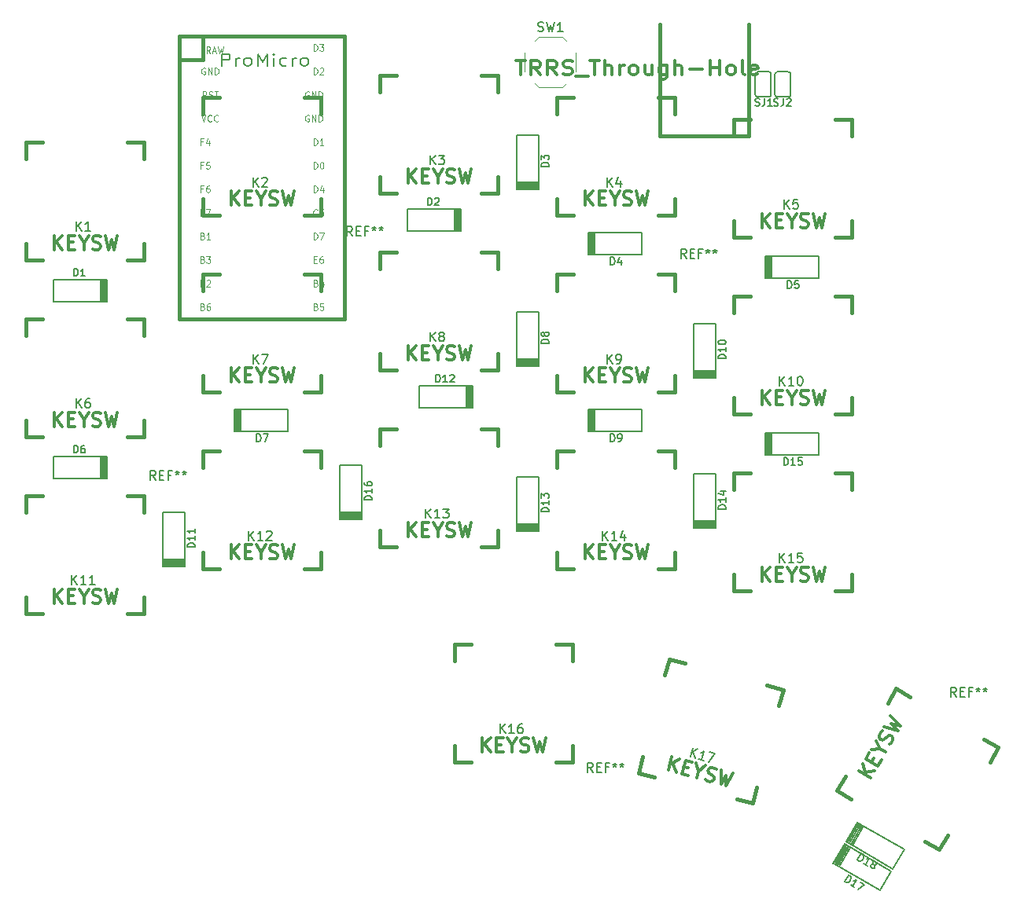
<source format=gbr>
G04 #@! TF.GenerationSoftware,KiCad,Pcbnew,(5.1.5-0-10_14)*
G04 #@! TF.CreationDate,2020-04-20T20:44:16-04:00*
G04 #@! TF.ProjectId,minidox-routed,6d696e69-646f-4782-9d72-6f757465642e,rev?*
G04 #@! TF.SameCoordinates,Original*
G04 #@! TF.FileFunction,Legend,Top*
G04 #@! TF.FilePolarity,Positive*
%FSLAX46Y46*%
G04 Gerber Fmt 4.6, Leading zero omitted, Abs format (unit mm)*
G04 Created by KiCad (PCBNEW (5.1.5-0-10_14)) date 2020-04-20 20:44:16*
%MOMM*%
%LPD*%
G04 APERTURE LIST*
%ADD10C,0.200000*%
%ADD11C,0.381000*%
%ADD12C,0.120000*%
%ADD13C,0.150000*%
%ADD14C,0.304800*%
%ADD15C,0.203200*%
%ADD16C,0.100000*%
G04 APERTURE END LIST*
D10*
X68315000Y-137090000D02*
X68315000Y-134690000D01*
X68490000Y-137090000D02*
X68490000Y-134690000D01*
X68665000Y-137090000D02*
X68665000Y-134690000D01*
X69065000Y-134690000D02*
X69065000Y-137090000D01*
X68840000Y-137090000D02*
X68840000Y-134690000D01*
X68965000Y-137090000D02*
X68965000Y-134690000D01*
X69040000Y-137090000D02*
X63240000Y-137090000D01*
X63240000Y-137090000D02*
X63240000Y-134690000D01*
X63240000Y-134690000D02*
X69040000Y-134690000D01*
X101340000Y-127070000D02*
X107140000Y-127070000D01*
X101340000Y-129470000D02*
X101340000Y-127070000D01*
X107140000Y-129470000D02*
X101340000Y-129470000D01*
X107065000Y-129470000D02*
X107065000Y-127070000D01*
X106940000Y-129470000D02*
X106940000Y-127070000D01*
X107165000Y-127070000D02*
X107165000Y-129470000D01*
X106765000Y-129470000D02*
X106765000Y-127070000D01*
X106590000Y-129470000D02*
X106590000Y-127070000D01*
X106415000Y-129470000D02*
X106415000Y-127070000D01*
X115500000Y-119120000D02*
X115500000Y-124920000D01*
X113100000Y-119120000D02*
X115500000Y-119120000D01*
X113100000Y-124920000D02*
X113100000Y-119120000D01*
X113100000Y-124845000D02*
X115500000Y-124845000D01*
X113100000Y-124720000D02*
X115500000Y-124720000D01*
X115500000Y-124945000D02*
X113100000Y-124945000D01*
X113100000Y-124545000D02*
X115500000Y-124545000D01*
X113100000Y-124370000D02*
X115500000Y-124370000D01*
X113100000Y-124195000D02*
X115500000Y-124195000D01*
X126625000Y-132010000D02*
X120825000Y-132010000D01*
X126625000Y-129610000D02*
X126625000Y-132010000D01*
X120825000Y-129610000D02*
X126625000Y-129610000D01*
X120900000Y-129610000D02*
X120900000Y-132010000D01*
X121025000Y-129610000D02*
X121025000Y-132010000D01*
X120800000Y-132010000D02*
X120800000Y-129610000D01*
X121200000Y-129610000D02*
X121200000Y-132010000D01*
X121375000Y-129610000D02*
X121375000Y-132010000D01*
X121550000Y-129610000D02*
X121550000Y-132010000D01*
X145675000Y-134550000D02*
X139875000Y-134550000D01*
X145675000Y-132150000D02*
X145675000Y-134550000D01*
X139875000Y-132150000D02*
X145675000Y-132150000D01*
X139950000Y-132150000D02*
X139950000Y-134550000D01*
X140075000Y-132150000D02*
X140075000Y-134550000D01*
X139850000Y-134550000D02*
X139850000Y-132150000D01*
X140250000Y-132150000D02*
X140250000Y-134550000D01*
X140425000Y-132150000D02*
X140425000Y-134550000D01*
X140600000Y-132150000D02*
X140600000Y-134550000D01*
X68315000Y-156140000D02*
X68315000Y-153740000D01*
X68490000Y-156140000D02*
X68490000Y-153740000D01*
X68665000Y-156140000D02*
X68665000Y-153740000D01*
X69065000Y-153740000D02*
X69065000Y-156140000D01*
X68840000Y-156140000D02*
X68840000Y-153740000D01*
X68965000Y-156140000D02*
X68965000Y-153740000D01*
X69040000Y-156140000D02*
X63240000Y-156140000D01*
X63240000Y-156140000D02*
X63240000Y-153740000D01*
X63240000Y-153740000D02*
X69040000Y-153740000D01*
X88525000Y-151060000D02*
X82725000Y-151060000D01*
X88525000Y-148660000D02*
X88525000Y-151060000D01*
X82725000Y-148660000D02*
X88525000Y-148660000D01*
X82800000Y-148660000D02*
X82800000Y-151060000D01*
X82925000Y-148660000D02*
X82925000Y-151060000D01*
X82700000Y-151060000D02*
X82700000Y-148660000D01*
X83100000Y-148660000D02*
X83100000Y-151060000D01*
X83275000Y-148660000D02*
X83275000Y-151060000D01*
X83450000Y-148660000D02*
X83450000Y-151060000D01*
X115500000Y-138170000D02*
X115500000Y-143970000D01*
X113100000Y-138170000D02*
X115500000Y-138170000D01*
X113100000Y-143970000D02*
X113100000Y-138170000D01*
X113100000Y-143895000D02*
X115500000Y-143895000D01*
X113100000Y-143770000D02*
X115500000Y-143770000D01*
X115500000Y-143995000D02*
X113100000Y-143995000D01*
X113100000Y-143595000D02*
X115500000Y-143595000D01*
X113100000Y-143420000D02*
X115500000Y-143420000D01*
X113100000Y-143245000D02*
X115500000Y-143245000D01*
X126625000Y-151060000D02*
X120825000Y-151060000D01*
X126625000Y-148660000D02*
X126625000Y-151060000D01*
X120825000Y-148660000D02*
X126625000Y-148660000D01*
X120900000Y-148660000D02*
X120900000Y-151060000D01*
X121025000Y-148660000D02*
X121025000Y-151060000D01*
X120800000Y-151060000D02*
X120800000Y-148660000D01*
X121200000Y-148660000D02*
X121200000Y-151060000D01*
X121375000Y-148660000D02*
X121375000Y-151060000D01*
X121550000Y-148660000D02*
X121550000Y-151060000D01*
X132150000Y-144515000D02*
X134550000Y-144515000D01*
X132150000Y-144690000D02*
X134550000Y-144690000D01*
X132150000Y-144865000D02*
X134550000Y-144865000D01*
X134550000Y-145265000D02*
X132150000Y-145265000D01*
X132150000Y-145040000D02*
X134550000Y-145040000D01*
X132150000Y-145165000D02*
X134550000Y-145165000D01*
X132150000Y-145240000D02*
X132150000Y-139440000D01*
X132150000Y-139440000D02*
X134550000Y-139440000D01*
X134550000Y-139440000D02*
X134550000Y-145240000D01*
X77400000Y-159760000D02*
X77400000Y-165560000D01*
X75000000Y-159760000D02*
X77400000Y-159760000D01*
X75000000Y-165560000D02*
X75000000Y-159760000D01*
X75000000Y-165485000D02*
X77400000Y-165485000D01*
X75000000Y-165360000D02*
X77400000Y-165360000D01*
X77400000Y-165585000D02*
X75000000Y-165585000D01*
X75000000Y-165185000D02*
X77400000Y-165185000D01*
X75000000Y-165010000D02*
X77400000Y-165010000D01*
X75000000Y-164835000D02*
X77400000Y-164835000D01*
X107685000Y-148520000D02*
X107685000Y-146120000D01*
X107860000Y-148520000D02*
X107860000Y-146120000D01*
X108035000Y-148520000D02*
X108035000Y-146120000D01*
X108435000Y-146120000D02*
X108435000Y-148520000D01*
X108210000Y-148520000D02*
X108210000Y-146120000D01*
X108335000Y-148520000D02*
X108335000Y-146120000D01*
X108410000Y-148520000D02*
X102610000Y-148520000D01*
X102610000Y-148520000D02*
X102610000Y-146120000D01*
X102610000Y-146120000D02*
X108410000Y-146120000D01*
X113100000Y-161025000D02*
X115500000Y-161025000D01*
X113100000Y-161200000D02*
X115500000Y-161200000D01*
X113100000Y-161375000D02*
X115500000Y-161375000D01*
X115500000Y-161775000D02*
X113100000Y-161775000D01*
X113100000Y-161550000D02*
X115500000Y-161550000D01*
X113100000Y-161675000D02*
X115500000Y-161675000D01*
X113100000Y-161750000D02*
X113100000Y-155950000D01*
X113100000Y-155950000D02*
X115500000Y-155950000D01*
X115500000Y-155950000D02*
X115500000Y-161750000D01*
X132150000Y-160720000D02*
X134550000Y-160720000D01*
X132150000Y-160895000D02*
X134550000Y-160895000D01*
X132150000Y-161070000D02*
X134550000Y-161070000D01*
X134550000Y-161470000D02*
X132150000Y-161470000D01*
X132150000Y-161245000D02*
X134550000Y-161245000D01*
X132150000Y-161370000D02*
X134550000Y-161370000D01*
X132150000Y-161445000D02*
X132150000Y-155645000D01*
X132150000Y-155645000D02*
X134550000Y-155645000D01*
X134550000Y-155645000D02*
X134550000Y-161445000D01*
X140600000Y-151200000D02*
X140600000Y-153600000D01*
X140425000Y-151200000D02*
X140425000Y-153600000D01*
X140250000Y-151200000D02*
X140250000Y-153600000D01*
X139850000Y-153600000D02*
X139850000Y-151200000D01*
X140075000Y-151200000D02*
X140075000Y-153600000D01*
X139950000Y-151200000D02*
X139950000Y-153600000D01*
X139875000Y-151200000D02*
X145675000Y-151200000D01*
X145675000Y-151200000D02*
X145675000Y-153600000D01*
X145675000Y-153600000D02*
X139875000Y-153600000D01*
X94050000Y-159755000D02*
X96450000Y-159755000D01*
X94050000Y-159930000D02*
X96450000Y-159930000D01*
X94050000Y-160105000D02*
X96450000Y-160105000D01*
X96450000Y-160505000D02*
X94050000Y-160505000D01*
X94050000Y-160280000D02*
X96450000Y-160280000D01*
X94050000Y-160405000D02*
X96450000Y-160405000D01*
X94050000Y-160480000D02*
X94050000Y-154680000D01*
X94050000Y-154680000D02*
X96450000Y-154680000D01*
X96450000Y-154680000D02*
X96450000Y-160480000D01*
X152243671Y-200508430D02*
X147220724Y-197608430D01*
X153443671Y-198429970D02*
X152243671Y-200508430D01*
X148420724Y-195529970D02*
X153443671Y-198429970D01*
X148485676Y-195567470D02*
X147285676Y-197645930D01*
X148593929Y-195629970D02*
X147393929Y-197708430D01*
X147199073Y-197595930D02*
X148399073Y-195517470D01*
X148745483Y-195717470D02*
X147545483Y-197795930D01*
X148897038Y-195804970D02*
X147697038Y-197883430D01*
X149048592Y-195892470D02*
X147848592Y-197970930D01*
X153640671Y-198171630D02*
X148617724Y-195271630D01*
X154840671Y-196093170D02*
X153640671Y-198171630D01*
X149817724Y-193193170D02*
X154840671Y-196093170D01*
X149882676Y-193230670D02*
X148682676Y-195309130D01*
X149990929Y-193293170D02*
X148790929Y-195371630D01*
X148596073Y-195259130D02*
X149796073Y-193180670D01*
X150142483Y-193380670D02*
X148942483Y-195459130D01*
X150294038Y-193468170D02*
X149094038Y-195546630D01*
X150445592Y-193555670D02*
X149245592Y-195634130D01*
D11*
X71247000Y-132556000D02*
X73025000Y-132556000D01*
X60325000Y-119856000D02*
X62103000Y-119856000D01*
X71247000Y-119856000D02*
X73025000Y-119856000D01*
X73025000Y-119856000D02*
X73025000Y-121634000D01*
X73025000Y-130778000D02*
X73025000Y-132556000D01*
X73025000Y-132556000D02*
X71247000Y-132556000D01*
X62103000Y-132556000D02*
X60325000Y-132556000D01*
X60325000Y-132556000D02*
X60325000Y-130778000D01*
X60325000Y-121634000D02*
X60325000Y-119856000D01*
X90297000Y-127794000D02*
X92075000Y-127794000D01*
X79375000Y-115094000D02*
X81153000Y-115094000D01*
X90297000Y-115094000D02*
X92075000Y-115094000D01*
X92075000Y-115094000D02*
X92075000Y-116872000D01*
X92075000Y-126016000D02*
X92075000Y-127794000D01*
X92075000Y-127794000D02*
X90297000Y-127794000D01*
X81153000Y-127794000D02*
X79375000Y-127794000D01*
X79375000Y-127794000D02*
X79375000Y-126016000D01*
X79375000Y-116872000D02*
X79375000Y-115094000D01*
X109347000Y-125412000D02*
X111125000Y-125412000D01*
X98425000Y-112712000D02*
X100203000Y-112712000D01*
X109347000Y-112712000D02*
X111125000Y-112712000D01*
X111125000Y-112712000D02*
X111125000Y-114490000D01*
X111125000Y-123634000D02*
X111125000Y-125412000D01*
X111125000Y-125412000D02*
X109347000Y-125412000D01*
X100203000Y-125412000D02*
X98425000Y-125412000D01*
X98425000Y-125412000D02*
X98425000Y-123634000D01*
X98425000Y-114490000D02*
X98425000Y-112712000D01*
X128397000Y-127794000D02*
X130175000Y-127794000D01*
X117475000Y-115094000D02*
X119253000Y-115094000D01*
X128397000Y-115094000D02*
X130175000Y-115094000D01*
X130175000Y-115094000D02*
X130175000Y-116872000D01*
X130175000Y-126016000D02*
X130175000Y-127794000D01*
X130175000Y-127794000D02*
X128397000Y-127794000D01*
X119253000Y-127794000D02*
X117475000Y-127794000D01*
X117475000Y-127794000D02*
X117475000Y-126016000D01*
X117475000Y-116872000D02*
X117475000Y-115094000D01*
X147447000Y-130175000D02*
X149225000Y-130175000D01*
X136525000Y-117475000D02*
X138303000Y-117475000D01*
X147447000Y-117475000D02*
X149225000Y-117475000D01*
X149225000Y-117475000D02*
X149225000Y-119253000D01*
X149225000Y-128397000D02*
X149225000Y-130175000D01*
X149225000Y-130175000D02*
X147447000Y-130175000D01*
X138303000Y-130175000D02*
X136525000Y-130175000D01*
X136525000Y-130175000D02*
X136525000Y-128397000D01*
X136525000Y-119253000D02*
X136525000Y-117475000D01*
X60325000Y-140684000D02*
X60325000Y-138906000D01*
X60325000Y-151606000D02*
X60325000Y-149828000D01*
X62103000Y-151606000D02*
X60325000Y-151606000D01*
X73025000Y-151606000D02*
X71247000Y-151606000D01*
X73025000Y-149828000D02*
X73025000Y-151606000D01*
X73025000Y-138906000D02*
X73025000Y-140684000D01*
X71247000Y-138906000D02*
X73025000Y-138906000D01*
X60325000Y-138906000D02*
X62103000Y-138906000D01*
X71247000Y-151606000D02*
X73025000Y-151606000D01*
X90297000Y-146844000D02*
X92075000Y-146844000D01*
X79375000Y-134144000D02*
X81153000Y-134144000D01*
X90297000Y-134144000D02*
X92075000Y-134144000D01*
X92075000Y-134144000D02*
X92075000Y-135922000D01*
X92075000Y-145066000D02*
X92075000Y-146844000D01*
X92075000Y-146844000D02*
X90297000Y-146844000D01*
X81153000Y-146844000D02*
X79375000Y-146844000D01*
X79375000Y-146844000D02*
X79375000Y-145066000D01*
X79375000Y-135922000D02*
X79375000Y-134144000D01*
X109347000Y-144462000D02*
X111125000Y-144462000D01*
X98425000Y-131762000D02*
X100203000Y-131762000D01*
X109347000Y-131762000D02*
X111125000Y-131762000D01*
X111125000Y-131762000D02*
X111125000Y-133540000D01*
X111125000Y-142684000D02*
X111125000Y-144462000D01*
X111125000Y-144462000D02*
X109347000Y-144462000D01*
X100203000Y-144462000D02*
X98425000Y-144462000D01*
X98425000Y-144462000D02*
X98425000Y-142684000D01*
X98425000Y-133540000D02*
X98425000Y-131762000D01*
X128397000Y-146844000D02*
X130175000Y-146844000D01*
X117475000Y-134144000D02*
X119253000Y-134144000D01*
X128397000Y-134144000D02*
X130175000Y-134144000D01*
X130175000Y-134144000D02*
X130175000Y-135922000D01*
X130175000Y-145066000D02*
X130175000Y-146844000D01*
X130175000Y-146844000D02*
X128397000Y-146844000D01*
X119253000Y-146844000D02*
X117475000Y-146844000D01*
X117475000Y-146844000D02*
X117475000Y-145066000D01*
X117475000Y-135922000D02*
X117475000Y-134144000D01*
X147447000Y-149225000D02*
X149225000Y-149225000D01*
X136525000Y-136525000D02*
X138303000Y-136525000D01*
X147447000Y-136525000D02*
X149225000Y-136525000D01*
X149225000Y-136525000D02*
X149225000Y-138303000D01*
X149225000Y-147447000D02*
X149225000Y-149225000D01*
X149225000Y-149225000D02*
X147447000Y-149225000D01*
X138303000Y-149225000D02*
X136525000Y-149225000D01*
X136525000Y-149225000D02*
X136525000Y-147447000D01*
X136525000Y-138303000D02*
X136525000Y-136525000D01*
X71247000Y-170656000D02*
X73025000Y-170656000D01*
X60325000Y-157956000D02*
X62103000Y-157956000D01*
X71247000Y-157956000D02*
X73025000Y-157956000D01*
X73025000Y-157956000D02*
X73025000Y-159734000D01*
X73025000Y-168878000D02*
X73025000Y-170656000D01*
X73025000Y-170656000D02*
X71247000Y-170656000D01*
X62103000Y-170656000D02*
X60325000Y-170656000D01*
X60325000Y-170656000D02*
X60325000Y-168878000D01*
X60325000Y-159734000D02*
X60325000Y-157956000D01*
X79375000Y-154972000D02*
X79375000Y-153194000D01*
X79375000Y-165894000D02*
X79375000Y-164116000D01*
X81153000Y-165894000D02*
X79375000Y-165894000D01*
X92075000Y-165894000D02*
X90297000Y-165894000D01*
X92075000Y-164116000D02*
X92075000Y-165894000D01*
X92075000Y-153194000D02*
X92075000Y-154972000D01*
X90297000Y-153194000D02*
X92075000Y-153194000D01*
X79375000Y-153194000D02*
X81153000Y-153194000D01*
X90297000Y-165894000D02*
X92075000Y-165894000D01*
X98425000Y-152590000D02*
X98425000Y-150812000D01*
X98425000Y-163512000D02*
X98425000Y-161734000D01*
X100203000Y-163512000D02*
X98425000Y-163512000D01*
X111125000Y-163512000D02*
X109347000Y-163512000D01*
X111125000Y-161734000D02*
X111125000Y-163512000D01*
X111125000Y-150812000D02*
X111125000Y-152590000D01*
X109347000Y-150812000D02*
X111125000Y-150812000D01*
X98425000Y-150812000D02*
X100203000Y-150812000D01*
X109347000Y-163512000D02*
X111125000Y-163512000D01*
X117475000Y-154972000D02*
X117475000Y-153194000D01*
X117475000Y-165894000D02*
X117475000Y-164116000D01*
X119253000Y-165894000D02*
X117475000Y-165894000D01*
X130175000Y-165894000D02*
X128397000Y-165894000D01*
X130175000Y-164116000D02*
X130175000Y-165894000D01*
X130175000Y-153194000D02*
X130175000Y-154972000D01*
X128397000Y-153194000D02*
X130175000Y-153194000D01*
X117475000Y-153194000D02*
X119253000Y-153194000D01*
X128397000Y-165894000D02*
X130175000Y-165894000D01*
X136525000Y-157353000D02*
X136525000Y-155575000D01*
X136525000Y-168275000D02*
X136525000Y-166497000D01*
X138303000Y-168275000D02*
X136525000Y-168275000D01*
X149225000Y-168275000D02*
X147447000Y-168275000D01*
X149225000Y-166497000D02*
X149225000Y-168275000D01*
X149225000Y-155575000D02*
X149225000Y-157353000D01*
X147447000Y-155575000D02*
X149225000Y-155575000D01*
X136525000Y-155575000D02*
X138303000Y-155575000D01*
X147447000Y-168275000D02*
X149225000Y-168275000D01*
X106422000Y-175768000D02*
X106422000Y-173990000D01*
X106422000Y-186690000D02*
X106422000Y-184912000D01*
X108200000Y-186690000D02*
X106422000Y-186690000D01*
X119122000Y-186690000D02*
X117344000Y-186690000D01*
X119122000Y-184912000D02*
X119122000Y-186690000D01*
X119122000Y-173990000D02*
X119122000Y-175768000D01*
X117344000Y-173990000D02*
X119122000Y-173990000D01*
X106422000Y-173990000D02*
X108200000Y-173990000D01*
X117344000Y-186690000D02*
X119122000Y-186690000D01*
X129080692Y-177296286D02*
X129540872Y-175578870D01*
X126253870Y-187846128D02*
X126714050Y-186128712D01*
X127971286Y-188306308D02*
X126253870Y-187846128D01*
X138521128Y-191133130D02*
X136803712Y-190672950D01*
X138981308Y-189415714D02*
X138521128Y-191133130D01*
X141808130Y-178865872D02*
X141347950Y-180583288D01*
X140090714Y-178405692D02*
X141808130Y-178865872D01*
X129540872Y-175578870D02*
X131258288Y-176039050D01*
X136803712Y-190672950D02*
X138521128Y-191133130D01*
X138150600Y-119221000D02*
X138150600Y-107156000D01*
X128549400Y-119221000D02*
X138150600Y-119221000D01*
X128549400Y-107156000D02*
X128549400Y-119221000D01*
X138150600Y-107156000D02*
X138150600Y-119221000D01*
X138150600Y-119221000D02*
X128549400Y-119221000D01*
X128549400Y-119221000D02*
X128549400Y-107156000D01*
D10*
X140223000Y-115015000D02*
X139073000Y-115015000D01*
X140523000Y-112565000D02*
X140523000Y-114765000D01*
X139073000Y-112315000D02*
X140273000Y-112315000D01*
X138823000Y-112615000D02*
X138823000Y-114765000D01*
X139073000Y-112315000D02*
G75*
G03X138823000Y-112565000I0J-250000D01*
G01*
X140523000Y-112565000D02*
G75*
G03X140273000Y-112315000I-250000J0D01*
G01*
X140273000Y-115015000D02*
G75*
G03X140523000Y-114765000I0J250000D01*
G01*
X138823000Y-114765000D02*
G75*
G03X139073000Y-115015000I250000J0D01*
G01*
X140933000Y-114765000D02*
G75*
G03X141183000Y-115015000I250000J0D01*
G01*
X142383000Y-115015000D02*
G75*
G03X142633000Y-114765000I0J250000D01*
G01*
X142633000Y-112565000D02*
G75*
G03X142383000Y-112315000I-250000J0D01*
G01*
X141183000Y-112315000D02*
G75*
G03X140933000Y-112565000I0J-250000D01*
G01*
X140933000Y-112615000D02*
X140933000Y-114765000D01*
X141183000Y-112315000D02*
X142383000Y-112315000D01*
X142633000Y-112565000D02*
X142633000Y-114765000D01*
X142333000Y-115015000D02*
X141183000Y-115015000D01*
D12*
X115057000Y-113558000D02*
X115507000Y-114008000D01*
X118457000Y-113558000D02*
X118007000Y-114008000D01*
X118457000Y-108958000D02*
X118007000Y-108508000D01*
X115057000Y-108958000D02*
X115507000Y-108508000D01*
X119507000Y-110258000D02*
X119507000Y-112258000D01*
X115507000Y-114008000D02*
X118007000Y-114008000D01*
X114007000Y-110258000D02*
X114007000Y-112258000D01*
X115507000Y-108508000D02*
X118007000Y-108508000D01*
D11*
X94589600Y-108458000D02*
X76809600Y-108458000D01*
X76809600Y-108458000D02*
X76809600Y-138938000D01*
X76809600Y-138938000D02*
X94589600Y-138938000D01*
X94589600Y-138938000D02*
X94589600Y-108458000D01*
X79349600Y-108458000D02*
X79349600Y-110998000D01*
X79349600Y-110998000D02*
X76809600Y-110998000D01*
X164960461Y-185127739D02*
X164071461Y-186667532D01*
X159499461Y-194586468D02*
X158610461Y-196126261D01*
X158610461Y-196126261D02*
X157070668Y-195237261D01*
X149151732Y-190665261D02*
X147611939Y-189776261D01*
X147611939Y-189776261D02*
X148500939Y-188236468D01*
X153072939Y-180317532D02*
X153961939Y-178777739D01*
X153961939Y-178777739D02*
X155501732Y-179666739D01*
X163420668Y-184238739D02*
X164960461Y-185127739D01*
D13*
X121348666Y-187769380D02*
X121015333Y-187293190D01*
X120777238Y-187769380D02*
X120777238Y-186769380D01*
X121158190Y-186769380D01*
X121253428Y-186817000D01*
X121301047Y-186864619D01*
X121348666Y-186959857D01*
X121348666Y-187102714D01*
X121301047Y-187197952D01*
X121253428Y-187245571D01*
X121158190Y-187293190D01*
X120777238Y-187293190D01*
X121777238Y-187245571D02*
X122110571Y-187245571D01*
X122253428Y-187769380D02*
X121777238Y-187769380D01*
X121777238Y-186769380D01*
X122253428Y-186769380D01*
X123015333Y-187245571D02*
X122682000Y-187245571D01*
X122682000Y-187769380D02*
X122682000Y-186769380D01*
X123158190Y-186769380D01*
X123682000Y-186769380D02*
X123682000Y-187007476D01*
X123443904Y-186912238D02*
X123682000Y-187007476D01*
X123920095Y-186912238D01*
X123539142Y-187197952D02*
X123682000Y-187007476D01*
X123824857Y-187197952D01*
X124443904Y-186769380D02*
X124443904Y-187007476D01*
X124205809Y-186912238D02*
X124443904Y-187007476D01*
X124682000Y-186912238D01*
X124301047Y-187197952D02*
X124443904Y-187007476D01*
X124586761Y-187197952D01*
X131381666Y-132397380D02*
X131048333Y-131921190D01*
X130810238Y-132397380D02*
X130810238Y-131397380D01*
X131191190Y-131397380D01*
X131286428Y-131445000D01*
X131334047Y-131492619D01*
X131381666Y-131587857D01*
X131381666Y-131730714D01*
X131334047Y-131825952D01*
X131286428Y-131873571D01*
X131191190Y-131921190D01*
X130810238Y-131921190D01*
X131810238Y-131873571D02*
X132143571Y-131873571D01*
X132286428Y-132397380D02*
X131810238Y-132397380D01*
X131810238Y-131397380D01*
X132286428Y-131397380D01*
X133048333Y-131873571D02*
X132715000Y-131873571D01*
X132715000Y-132397380D02*
X132715000Y-131397380D01*
X133191190Y-131397380D01*
X133715000Y-131397380D02*
X133715000Y-131635476D01*
X133476904Y-131540238D02*
X133715000Y-131635476D01*
X133953095Y-131540238D01*
X133572142Y-131825952D02*
X133715000Y-131635476D01*
X133857857Y-131825952D01*
X134476904Y-131397380D02*
X134476904Y-131635476D01*
X134238809Y-131540238D02*
X134476904Y-131635476D01*
X134715000Y-131540238D01*
X134334047Y-131825952D02*
X134476904Y-131635476D01*
X134619761Y-131825952D01*
X95440666Y-129984380D02*
X95107333Y-129508190D01*
X94869238Y-129984380D02*
X94869238Y-128984380D01*
X95250190Y-128984380D01*
X95345428Y-129032000D01*
X95393047Y-129079619D01*
X95440666Y-129174857D01*
X95440666Y-129317714D01*
X95393047Y-129412952D01*
X95345428Y-129460571D01*
X95250190Y-129508190D01*
X94869238Y-129508190D01*
X95869238Y-129460571D02*
X96202571Y-129460571D01*
X96345428Y-129984380D02*
X95869238Y-129984380D01*
X95869238Y-128984380D01*
X96345428Y-128984380D01*
X97107333Y-129460571D02*
X96774000Y-129460571D01*
X96774000Y-129984380D02*
X96774000Y-128984380D01*
X97250190Y-128984380D01*
X97774000Y-128984380D02*
X97774000Y-129222476D01*
X97535904Y-129127238D02*
X97774000Y-129222476D01*
X98012095Y-129127238D01*
X97631142Y-129412952D02*
X97774000Y-129222476D01*
X97916857Y-129412952D01*
X98535904Y-128984380D02*
X98535904Y-129222476D01*
X98297809Y-129127238D02*
X98535904Y-129222476D01*
X98774000Y-129127238D01*
X98393047Y-129412952D02*
X98535904Y-129222476D01*
X98678761Y-129412952D01*
X74254526Y-156278460D02*
X73921193Y-155802270D01*
X73683098Y-156278460D02*
X73683098Y-155278460D01*
X74064050Y-155278460D01*
X74159288Y-155326080D01*
X74206907Y-155373699D01*
X74254526Y-155468937D01*
X74254526Y-155611794D01*
X74206907Y-155707032D01*
X74159288Y-155754651D01*
X74064050Y-155802270D01*
X73683098Y-155802270D01*
X74683098Y-155754651D02*
X75016431Y-155754651D01*
X75159288Y-156278460D02*
X74683098Y-156278460D01*
X74683098Y-155278460D01*
X75159288Y-155278460D01*
X75921193Y-155754651D02*
X75587860Y-155754651D01*
X75587860Y-156278460D02*
X75587860Y-155278460D01*
X76064050Y-155278460D01*
X76587860Y-155278460D02*
X76587860Y-155516556D01*
X76349764Y-155421318D02*
X76587860Y-155516556D01*
X76825955Y-155421318D01*
X76445002Y-155707032D02*
X76587860Y-155516556D01*
X76730717Y-155707032D01*
X77349764Y-155278460D02*
X77349764Y-155516556D01*
X77111669Y-155421318D02*
X77349764Y-155516556D01*
X77587860Y-155421318D01*
X77206907Y-155707032D02*
X77349764Y-155516556D01*
X77492621Y-155707032D01*
X160464666Y-179641380D02*
X160131333Y-179165190D01*
X159893238Y-179641380D02*
X159893238Y-178641380D01*
X160274190Y-178641380D01*
X160369428Y-178689000D01*
X160417047Y-178736619D01*
X160464666Y-178831857D01*
X160464666Y-178974714D01*
X160417047Y-179069952D01*
X160369428Y-179117571D01*
X160274190Y-179165190D01*
X159893238Y-179165190D01*
X160893238Y-179117571D02*
X161226571Y-179117571D01*
X161369428Y-179641380D02*
X160893238Y-179641380D01*
X160893238Y-178641380D01*
X161369428Y-178641380D01*
X162131333Y-179117571D02*
X161798000Y-179117571D01*
X161798000Y-179641380D02*
X161798000Y-178641380D01*
X162274190Y-178641380D01*
X162798000Y-178641380D02*
X162798000Y-178879476D01*
X162559904Y-178784238D02*
X162798000Y-178879476D01*
X163036095Y-178784238D01*
X162655142Y-179069952D02*
X162798000Y-178879476D01*
X162940857Y-179069952D01*
X163559904Y-178641380D02*
X163559904Y-178879476D01*
X163321809Y-178784238D02*
X163559904Y-178879476D01*
X163798000Y-178784238D01*
X163417047Y-179069952D02*
X163559904Y-178879476D01*
X163702761Y-179069952D01*
X65449523Y-134326904D02*
X65449523Y-133526904D01*
X65640000Y-133526904D01*
X65754285Y-133565000D01*
X65830476Y-133641190D01*
X65868571Y-133717380D01*
X65906666Y-133869761D01*
X65906666Y-133984047D01*
X65868571Y-134136428D01*
X65830476Y-134212619D01*
X65754285Y-134288809D01*
X65640000Y-134326904D01*
X65449523Y-134326904D01*
X66668571Y-134326904D02*
X66211428Y-134326904D01*
X66440000Y-134326904D02*
X66440000Y-133526904D01*
X66363809Y-133641190D01*
X66287619Y-133717380D01*
X66211428Y-133755476D01*
X103549523Y-126706904D02*
X103549523Y-125906904D01*
X103740000Y-125906904D01*
X103854285Y-125945000D01*
X103930476Y-126021190D01*
X103968571Y-126097380D01*
X104006666Y-126249761D01*
X104006666Y-126364047D01*
X103968571Y-126516428D01*
X103930476Y-126592619D01*
X103854285Y-126668809D01*
X103740000Y-126706904D01*
X103549523Y-126706904D01*
X104311428Y-125983095D02*
X104349523Y-125945000D01*
X104425714Y-125906904D01*
X104616190Y-125906904D01*
X104692380Y-125945000D01*
X104730476Y-125983095D01*
X104768571Y-126059285D01*
X104768571Y-126135476D01*
X104730476Y-126249761D01*
X104273333Y-126706904D01*
X104768571Y-126706904D01*
X116586904Y-122510476D02*
X115786904Y-122510476D01*
X115786904Y-122320000D01*
X115825000Y-122205714D01*
X115901190Y-122129523D01*
X115977380Y-122091428D01*
X116129761Y-122053333D01*
X116244047Y-122053333D01*
X116396428Y-122091428D01*
X116472619Y-122129523D01*
X116548809Y-122205714D01*
X116586904Y-122320000D01*
X116586904Y-122510476D01*
X115786904Y-121786666D02*
X115786904Y-121291428D01*
X116091666Y-121558095D01*
X116091666Y-121443809D01*
X116129761Y-121367619D01*
X116167857Y-121329523D01*
X116244047Y-121291428D01*
X116434523Y-121291428D01*
X116510714Y-121329523D01*
X116548809Y-121367619D01*
X116586904Y-121443809D01*
X116586904Y-121672380D01*
X116548809Y-121748571D01*
X116510714Y-121786666D01*
X123234523Y-133096904D02*
X123234523Y-132296904D01*
X123425000Y-132296904D01*
X123539285Y-132335000D01*
X123615476Y-132411190D01*
X123653571Y-132487380D01*
X123691666Y-132639761D01*
X123691666Y-132754047D01*
X123653571Y-132906428D01*
X123615476Y-132982619D01*
X123539285Y-133058809D01*
X123425000Y-133096904D01*
X123234523Y-133096904D01*
X124377380Y-132563571D02*
X124377380Y-133096904D01*
X124186904Y-132258809D02*
X123996428Y-132830238D01*
X124491666Y-132830238D01*
X142284523Y-135636904D02*
X142284523Y-134836904D01*
X142475000Y-134836904D01*
X142589285Y-134875000D01*
X142665476Y-134951190D01*
X142703571Y-135027380D01*
X142741666Y-135179761D01*
X142741666Y-135294047D01*
X142703571Y-135446428D01*
X142665476Y-135522619D01*
X142589285Y-135598809D01*
X142475000Y-135636904D01*
X142284523Y-135636904D01*
X143465476Y-134836904D02*
X143084523Y-134836904D01*
X143046428Y-135217857D01*
X143084523Y-135179761D01*
X143160714Y-135141666D01*
X143351190Y-135141666D01*
X143427380Y-135179761D01*
X143465476Y-135217857D01*
X143503571Y-135294047D01*
X143503571Y-135484523D01*
X143465476Y-135560714D01*
X143427380Y-135598809D01*
X143351190Y-135636904D01*
X143160714Y-135636904D01*
X143084523Y-135598809D01*
X143046428Y-135560714D01*
X65449523Y-153376904D02*
X65449523Y-152576904D01*
X65640000Y-152576904D01*
X65754285Y-152615000D01*
X65830476Y-152691190D01*
X65868571Y-152767380D01*
X65906666Y-152919761D01*
X65906666Y-153034047D01*
X65868571Y-153186428D01*
X65830476Y-153262619D01*
X65754285Y-153338809D01*
X65640000Y-153376904D01*
X65449523Y-153376904D01*
X66592380Y-152576904D02*
X66440000Y-152576904D01*
X66363809Y-152615000D01*
X66325714Y-152653095D01*
X66249523Y-152767380D01*
X66211428Y-152919761D01*
X66211428Y-153224523D01*
X66249523Y-153300714D01*
X66287619Y-153338809D01*
X66363809Y-153376904D01*
X66516190Y-153376904D01*
X66592380Y-153338809D01*
X66630476Y-153300714D01*
X66668571Y-153224523D01*
X66668571Y-153034047D01*
X66630476Y-152957857D01*
X66592380Y-152919761D01*
X66516190Y-152881666D01*
X66363809Y-152881666D01*
X66287619Y-152919761D01*
X66249523Y-152957857D01*
X66211428Y-153034047D01*
X85134523Y-152146904D02*
X85134523Y-151346904D01*
X85325000Y-151346904D01*
X85439285Y-151385000D01*
X85515476Y-151461190D01*
X85553571Y-151537380D01*
X85591666Y-151689761D01*
X85591666Y-151804047D01*
X85553571Y-151956428D01*
X85515476Y-152032619D01*
X85439285Y-152108809D01*
X85325000Y-152146904D01*
X85134523Y-152146904D01*
X85858333Y-151346904D02*
X86391666Y-151346904D01*
X86048809Y-152146904D01*
X116586904Y-141560476D02*
X115786904Y-141560476D01*
X115786904Y-141370000D01*
X115825000Y-141255714D01*
X115901190Y-141179523D01*
X115977380Y-141141428D01*
X116129761Y-141103333D01*
X116244047Y-141103333D01*
X116396428Y-141141428D01*
X116472619Y-141179523D01*
X116548809Y-141255714D01*
X116586904Y-141370000D01*
X116586904Y-141560476D01*
X116129761Y-140646190D02*
X116091666Y-140722380D01*
X116053571Y-140760476D01*
X115977380Y-140798571D01*
X115939285Y-140798571D01*
X115863095Y-140760476D01*
X115825000Y-140722380D01*
X115786904Y-140646190D01*
X115786904Y-140493809D01*
X115825000Y-140417619D01*
X115863095Y-140379523D01*
X115939285Y-140341428D01*
X115977380Y-140341428D01*
X116053571Y-140379523D01*
X116091666Y-140417619D01*
X116129761Y-140493809D01*
X116129761Y-140646190D01*
X116167857Y-140722380D01*
X116205952Y-140760476D01*
X116282142Y-140798571D01*
X116434523Y-140798571D01*
X116510714Y-140760476D01*
X116548809Y-140722380D01*
X116586904Y-140646190D01*
X116586904Y-140493809D01*
X116548809Y-140417619D01*
X116510714Y-140379523D01*
X116434523Y-140341428D01*
X116282142Y-140341428D01*
X116205952Y-140379523D01*
X116167857Y-140417619D01*
X116129761Y-140493809D01*
X123234523Y-152146904D02*
X123234523Y-151346904D01*
X123425000Y-151346904D01*
X123539285Y-151385000D01*
X123615476Y-151461190D01*
X123653571Y-151537380D01*
X123691666Y-151689761D01*
X123691666Y-151804047D01*
X123653571Y-151956428D01*
X123615476Y-152032619D01*
X123539285Y-152108809D01*
X123425000Y-152146904D01*
X123234523Y-152146904D01*
X124072619Y-152146904D02*
X124225000Y-152146904D01*
X124301190Y-152108809D01*
X124339285Y-152070714D01*
X124415476Y-151956428D01*
X124453571Y-151804047D01*
X124453571Y-151499285D01*
X124415476Y-151423095D01*
X124377380Y-151385000D01*
X124301190Y-151346904D01*
X124148809Y-151346904D01*
X124072619Y-151385000D01*
X124034523Y-151423095D01*
X123996428Y-151499285D01*
X123996428Y-151689761D01*
X124034523Y-151765952D01*
X124072619Y-151804047D01*
X124148809Y-151842142D01*
X124301190Y-151842142D01*
X124377380Y-151804047D01*
X124415476Y-151765952D01*
X124453571Y-151689761D01*
X135636904Y-143211428D02*
X134836904Y-143211428D01*
X134836904Y-143020952D01*
X134875000Y-142906666D01*
X134951190Y-142830476D01*
X135027380Y-142792380D01*
X135179761Y-142754285D01*
X135294047Y-142754285D01*
X135446428Y-142792380D01*
X135522619Y-142830476D01*
X135598809Y-142906666D01*
X135636904Y-143020952D01*
X135636904Y-143211428D01*
X135636904Y-141992380D02*
X135636904Y-142449523D01*
X135636904Y-142220952D02*
X134836904Y-142220952D01*
X134951190Y-142297142D01*
X135027380Y-142373333D01*
X135065476Y-142449523D01*
X134836904Y-141497142D02*
X134836904Y-141420952D01*
X134875000Y-141344761D01*
X134913095Y-141306666D01*
X134989285Y-141268571D01*
X135141666Y-141230476D01*
X135332142Y-141230476D01*
X135484523Y-141268571D01*
X135560714Y-141306666D01*
X135598809Y-141344761D01*
X135636904Y-141420952D01*
X135636904Y-141497142D01*
X135598809Y-141573333D01*
X135560714Y-141611428D01*
X135484523Y-141649523D01*
X135332142Y-141687619D01*
X135141666Y-141687619D01*
X134989285Y-141649523D01*
X134913095Y-141611428D01*
X134875000Y-141573333D01*
X134836904Y-141497142D01*
X78486904Y-163531428D02*
X77686904Y-163531428D01*
X77686904Y-163340952D01*
X77725000Y-163226666D01*
X77801190Y-163150476D01*
X77877380Y-163112380D01*
X78029761Y-163074285D01*
X78144047Y-163074285D01*
X78296428Y-163112380D01*
X78372619Y-163150476D01*
X78448809Y-163226666D01*
X78486904Y-163340952D01*
X78486904Y-163531428D01*
X78486904Y-162312380D02*
X78486904Y-162769523D01*
X78486904Y-162540952D02*
X77686904Y-162540952D01*
X77801190Y-162617142D01*
X77877380Y-162693333D01*
X77915476Y-162769523D01*
X78486904Y-161550476D02*
X78486904Y-162007619D01*
X78486904Y-161779047D02*
X77686904Y-161779047D01*
X77801190Y-161855238D01*
X77877380Y-161931428D01*
X77915476Y-162007619D01*
X104438571Y-145756904D02*
X104438571Y-144956904D01*
X104629047Y-144956904D01*
X104743333Y-144995000D01*
X104819523Y-145071190D01*
X104857619Y-145147380D01*
X104895714Y-145299761D01*
X104895714Y-145414047D01*
X104857619Y-145566428D01*
X104819523Y-145642619D01*
X104743333Y-145718809D01*
X104629047Y-145756904D01*
X104438571Y-145756904D01*
X105657619Y-145756904D02*
X105200476Y-145756904D01*
X105429047Y-145756904D02*
X105429047Y-144956904D01*
X105352857Y-145071190D01*
X105276666Y-145147380D01*
X105200476Y-145185476D01*
X105962380Y-145033095D02*
X106000476Y-144995000D01*
X106076666Y-144956904D01*
X106267142Y-144956904D01*
X106343333Y-144995000D01*
X106381428Y-145033095D01*
X106419523Y-145109285D01*
X106419523Y-145185476D01*
X106381428Y-145299761D01*
X105924285Y-145756904D01*
X106419523Y-145756904D01*
X116586904Y-159721428D02*
X115786904Y-159721428D01*
X115786904Y-159530952D01*
X115825000Y-159416666D01*
X115901190Y-159340476D01*
X115977380Y-159302380D01*
X116129761Y-159264285D01*
X116244047Y-159264285D01*
X116396428Y-159302380D01*
X116472619Y-159340476D01*
X116548809Y-159416666D01*
X116586904Y-159530952D01*
X116586904Y-159721428D01*
X116586904Y-158502380D02*
X116586904Y-158959523D01*
X116586904Y-158730952D02*
X115786904Y-158730952D01*
X115901190Y-158807142D01*
X115977380Y-158883333D01*
X116015476Y-158959523D01*
X115786904Y-158235714D02*
X115786904Y-157740476D01*
X116091666Y-158007142D01*
X116091666Y-157892857D01*
X116129761Y-157816666D01*
X116167857Y-157778571D01*
X116244047Y-157740476D01*
X116434523Y-157740476D01*
X116510714Y-157778571D01*
X116548809Y-157816666D01*
X116586904Y-157892857D01*
X116586904Y-158121428D01*
X116548809Y-158197619D01*
X116510714Y-158235714D01*
X135636904Y-159416428D02*
X134836904Y-159416428D01*
X134836904Y-159225952D01*
X134875000Y-159111666D01*
X134951190Y-159035476D01*
X135027380Y-158997380D01*
X135179761Y-158959285D01*
X135294047Y-158959285D01*
X135446428Y-158997380D01*
X135522619Y-159035476D01*
X135598809Y-159111666D01*
X135636904Y-159225952D01*
X135636904Y-159416428D01*
X135636904Y-158197380D02*
X135636904Y-158654523D01*
X135636904Y-158425952D02*
X134836904Y-158425952D01*
X134951190Y-158502142D01*
X135027380Y-158578333D01*
X135065476Y-158654523D01*
X135103571Y-157511666D02*
X135636904Y-157511666D01*
X134798809Y-157702142D02*
X135370238Y-157892619D01*
X135370238Y-157397380D01*
X141903571Y-154686904D02*
X141903571Y-153886904D01*
X142094047Y-153886904D01*
X142208333Y-153925000D01*
X142284523Y-154001190D01*
X142322619Y-154077380D01*
X142360714Y-154229761D01*
X142360714Y-154344047D01*
X142322619Y-154496428D01*
X142284523Y-154572619D01*
X142208333Y-154648809D01*
X142094047Y-154686904D01*
X141903571Y-154686904D01*
X143122619Y-154686904D02*
X142665476Y-154686904D01*
X142894047Y-154686904D02*
X142894047Y-153886904D01*
X142817857Y-154001190D01*
X142741666Y-154077380D01*
X142665476Y-154115476D01*
X143846428Y-153886904D02*
X143465476Y-153886904D01*
X143427380Y-154267857D01*
X143465476Y-154229761D01*
X143541666Y-154191666D01*
X143732142Y-154191666D01*
X143808333Y-154229761D01*
X143846428Y-154267857D01*
X143884523Y-154344047D01*
X143884523Y-154534523D01*
X143846428Y-154610714D01*
X143808333Y-154648809D01*
X143732142Y-154686904D01*
X143541666Y-154686904D01*
X143465476Y-154648809D01*
X143427380Y-154610714D01*
X97536904Y-158451428D02*
X96736904Y-158451428D01*
X96736904Y-158260952D01*
X96775000Y-158146666D01*
X96851190Y-158070476D01*
X96927380Y-158032380D01*
X97079761Y-157994285D01*
X97194047Y-157994285D01*
X97346428Y-158032380D01*
X97422619Y-158070476D01*
X97498809Y-158146666D01*
X97536904Y-158260952D01*
X97536904Y-158451428D01*
X97536904Y-157232380D02*
X97536904Y-157689523D01*
X97536904Y-157460952D02*
X96736904Y-157460952D01*
X96851190Y-157537142D01*
X96927380Y-157613333D01*
X96965476Y-157689523D01*
X96736904Y-156546666D02*
X96736904Y-156699047D01*
X96775000Y-156775238D01*
X96813095Y-156813333D01*
X96927380Y-156889523D01*
X97079761Y-156927619D01*
X97384523Y-156927619D01*
X97460714Y-156889523D01*
X97498809Y-156851428D01*
X97536904Y-156775238D01*
X97536904Y-156622857D01*
X97498809Y-156546666D01*
X97460714Y-156508571D01*
X97384523Y-156470476D01*
X97194047Y-156470476D01*
X97117857Y-156508571D01*
X97079761Y-156546666D01*
X97041666Y-156622857D01*
X97041666Y-156775238D01*
X97079761Y-156851428D01*
X97117857Y-156889523D01*
X97194047Y-156927619D01*
X148434065Y-199564003D02*
X148834065Y-198871183D01*
X148999023Y-198966421D01*
X149078949Y-199056555D01*
X149106837Y-199160633D01*
X149101733Y-199245664D01*
X149058534Y-199396677D01*
X149001391Y-199495651D01*
X148892209Y-199608570D01*
X148821123Y-199655505D01*
X148717044Y-199683392D01*
X148599023Y-199659241D01*
X148434065Y-199564003D01*
X149489792Y-200173527D02*
X149093894Y-199944955D01*
X149291843Y-200059241D02*
X149691843Y-199366421D01*
X149568717Y-199427300D01*
X149464639Y-199455187D01*
X149379608Y-199450084D01*
X150120732Y-199614040D02*
X150582612Y-199880706D01*
X149885689Y-200402098D01*
X149831065Y-197227203D02*
X150231065Y-196534383D01*
X150396023Y-196629621D01*
X150475949Y-196719755D01*
X150503837Y-196823833D01*
X150498733Y-196908864D01*
X150455534Y-197059877D01*
X150398391Y-197158851D01*
X150289209Y-197271770D01*
X150218123Y-197318705D01*
X150114044Y-197346592D01*
X149996023Y-197322441D01*
X149831065Y-197227203D01*
X150886792Y-197836727D02*
X150490894Y-197608155D01*
X150688843Y-197722441D02*
X151088843Y-197029621D01*
X150965717Y-197090500D01*
X150861639Y-197118387D01*
X150776608Y-197113284D01*
X151511260Y-197669401D02*
X151464325Y-197598314D01*
X151450381Y-197546275D01*
X151455485Y-197461245D01*
X151474533Y-197428253D01*
X151545619Y-197381318D01*
X151597658Y-197367374D01*
X151682689Y-197372478D01*
X151814655Y-197448668D01*
X151861590Y-197519755D01*
X151875534Y-197571794D01*
X151870430Y-197656825D01*
X151851382Y-197689816D01*
X151780296Y-197736751D01*
X151728257Y-197750695D01*
X151643226Y-197745591D01*
X151511260Y-197669401D01*
X151426230Y-197664297D01*
X151374191Y-197678241D01*
X151303104Y-197725176D01*
X151226914Y-197857142D01*
X151221810Y-197942172D01*
X151235754Y-197994211D01*
X151282689Y-198065298D01*
X151414655Y-198141489D01*
X151499685Y-198146592D01*
X151551724Y-198132649D01*
X151622811Y-198085713D01*
X151699001Y-197953748D01*
X151704105Y-197868717D01*
X151690161Y-197816678D01*
X151643226Y-197745591D01*
D10*
X65716904Y-129448380D02*
X65716904Y-128448380D01*
X66288333Y-129448380D02*
X65859761Y-128876952D01*
X66288333Y-128448380D02*
X65716904Y-129019809D01*
X67240714Y-129448380D02*
X66669285Y-129448380D01*
X66955000Y-129448380D02*
X66955000Y-128448380D01*
X66859761Y-128591238D01*
X66764523Y-128686476D01*
X66669285Y-128734095D01*
D14*
X63336714Y-131467428D02*
X63336714Y-129943428D01*
X64207571Y-131467428D02*
X63554428Y-130596571D01*
X64207571Y-129943428D02*
X63336714Y-130814285D01*
X64860714Y-130669142D02*
X65368714Y-130669142D01*
X65586428Y-131467428D02*
X64860714Y-131467428D01*
X64860714Y-129943428D01*
X65586428Y-129943428D01*
X66529857Y-130741714D02*
X66529857Y-131467428D01*
X66021857Y-129943428D02*
X66529857Y-130741714D01*
X67037857Y-129943428D01*
X67473285Y-131394857D02*
X67691000Y-131467428D01*
X68053857Y-131467428D01*
X68199000Y-131394857D01*
X68271571Y-131322285D01*
X68344142Y-131177142D01*
X68344142Y-131032000D01*
X68271571Y-130886857D01*
X68199000Y-130814285D01*
X68053857Y-130741714D01*
X67763571Y-130669142D01*
X67618428Y-130596571D01*
X67545857Y-130524000D01*
X67473285Y-130378857D01*
X67473285Y-130233714D01*
X67545857Y-130088571D01*
X67618428Y-130016000D01*
X67763571Y-129943428D01*
X68126428Y-129943428D01*
X68344142Y-130016000D01*
X68852142Y-129943428D02*
X69215000Y-131467428D01*
X69505285Y-130378857D01*
X69795571Y-131467428D01*
X70158428Y-129943428D01*
D10*
X84766904Y-124686380D02*
X84766904Y-123686380D01*
X85338333Y-124686380D02*
X84909761Y-124114952D01*
X85338333Y-123686380D02*
X84766904Y-124257809D01*
X85719285Y-123781619D02*
X85766904Y-123734000D01*
X85862142Y-123686380D01*
X86100238Y-123686380D01*
X86195476Y-123734000D01*
X86243095Y-123781619D01*
X86290714Y-123876857D01*
X86290714Y-123972095D01*
X86243095Y-124114952D01*
X85671666Y-124686380D01*
X86290714Y-124686380D01*
D14*
X82386714Y-126705428D02*
X82386714Y-125181428D01*
X83257571Y-126705428D02*
X82604428Y-125834571D01*
X83257571Y-125181428D02*
X82386714Y-126052285D01*
X83910714Y-125907142D02*
X84418714Y-125907142D01*
X84636428Y-126705428D02*
X83910714Y-126705428D01*
X83910714Y-125181428D01*
X84636428Y-125181428D01*
X85579857Y-125979714D02*
X85579857Y-126705428D01*
X85071857Y-125181428D02*
X85579857Y-125979714D01*
X86087857Y-125181428D01*
X86523285Y-126632857D02*
X86741000Y-126705428D01*
X87103857Y-126705428D01*
X87249000Y-126632857D01*
X87321571Y-126560285D01*
X87394142Y-126415142D01*
X87394142Y-126270000D01*
X87321571Y-126124857D01*
X87249000Y-126052285D01*
X87103857Y-125979714D01*
X86813571Y-125907142D01*
X86668428Y-125834571D01*
X86595857Y-125762000D01*
X86523285Y-125616857D01*
X86523285Y-125471714D01*
X86595857Y-125326571D01*
X86668428Y-125254000D01*
X86813571Y-125181428D01*
X87176428Y-125181428D01*
X87394142Y-125254000D01*
X87902142Y-125181428D02*
X88265000Y-126705428D01*
X88555285Y-125616857D01*
X88845571Y-126705428D01*
X89208428Y-125181428D01*
D10*
X103816904Y-122304380D02*
X103816904Y-121304380D01*
X104388333Y-122304380D02*
X103959761Y-121732952D01*
X104388333Y-121304380D02*
X103816904Y-121875809D01*
X104721666Y-121304380D02*
X105340714Y-121304380D01*
X105007380Y-121685333D01*
X105150238Y-121685333D01*
X105245476Y-121732952D01*
X105293095Y-121780571D01*
X105340714Y-121875809D01*
X105340714Y-122113904D01*
X105293095Y-122209142D01*
X105245476Y-122256761D01*
X105150238Y-122304380D01*
X104864523Y-122304380D01*
X104769285Y-122256761D01*
X104721666Y-122209142D01*
D14*
X101436714Y-124323428D02*
X101436714Y-122799428D01*
X102307571Y-124323428D02*
X101654428Y-123452571D01*
X102307571Y-122799428D02*
X101436714Y-123670285D01*
X102960714Y-123525142D02*
X103468714Y-123525142D01*
X103686428Y-124323428D02*
X102960714Y-124323428D01*
X102960714Y-122799428D01*
X103686428Y-122799428D01*
X104629857Y-123597714D02*
X104629857Y-124323428D01*
X104121857Y-122799428D02*
X104629857Y-123597714D01*
X105137857Y-122799428D01*
X105573285Y-124250857D02*
X105791000Y-124323428D01*
X106153857Y-124323428D01*
X106299000Y-124250857D01*
X106371571Y-124178285D01*
X106444142Y-124033142D01*
X106444142Y-123888000D01*
X106371571Y-123742857D01*
X106299000Y-123670285D01*
X106153857Y-123597714D01*
X105863571Y-123525142D01*
X105718428Y-123452571D01*
X105645857Y-123380000D01*
X105573285Y-123234857D01*
X105573285Y-123089714D01*
X105645857Y-122944571D01*
X105718428Y-122872000D01*
X105863571Y-122799428D01*
X106226428Y-122799428D01*
X106444142Y-122872000D01*
X106952142Y-122799428D02*
X107315000Y-124323428D01*
X107605285Y-123234857D01*
X107895571Y-124323428D01*
X108258428Y-122799428D01*
D10*
X122866904Y-124686380D02*
X122866904Y-123686380D01*
X123438333Y-124686380D02*
X123009761Y-124114952D01*
X123438333Y-123686380D02*
X122866904Y-124257809D01*
X124295476Y-124019714D02*
X124295476Y-124686380D01*
X124057380Y-123638761D02*
X123819285Y-124353047D01*
X124438333Y-124353047D01*
D14*
X120486714Y-126705428D02*
X120486714Y-125181428D01*
X121357571Y-126705428D02*
X120704428Y-125834571D01*
X121357571Y-125181428D02*
X120486714Y-126052285D01*
X122010714Y-125907142D02*
X122518714Y-125907142D01*
X122736428Y-126705428D02*
X122010714Y-126705428D01*
X122010714Y-125181428D01*
X122736428Y-125181428D01*
X123679857Y-125979714D02*
X123679857Y-126705428D01*
X123171857Y-125181428D02*
X123679857Y-125979714D01*
X124187857Y-125181428D01*
X124623285Y-126632857D02*
X124841000Y-126705428D01*
X125203857Y-126705428D01*
X125349000Y-126632857D01*
X125421571Y-126560285D01*
X125494142Y-126415142D01*
X125494142Y-126270000D01*
X125421571Y-126124857D01*
X125349000Y-126052285D01*
X125203857Y-125979714D01*
X124913571Y-125907142D01*
X124768428Y-125834571D01*
X124695857Y-125762000D01*
X124623285Y-125616857D01*
X124623285Y-125471714D01*
X124695857Y-125326571D01*
X124768428Y-125254000D01*
X124913571Y-125181428D01*
X125276428Y-125181428D01*
X125494142Y-125254000D01*
X126002142Y-125181428D02*
X126365000Y-126705428D01*
X126655285Y-125616857D01*
X126945571Y-126705428D01*
X127308428Y-125181428D01*
D10*
X141916904Y-127067380D02*
X141916904Y-126067380D01*
X142488333Y-127067380D02*
X142059761Y-126495952D01*
X142488333Y-126067380D02*
X141916904Y-126638809D01*
X143393095Y-126067380D02*
X142916904Y-126067380D01*
X142869285Y-126543571D01*
X142916904Y-126495952D01*
X143012142Y-126448333D01*
X143250238Y-126448333D01*
X143345476Y-126495952D01*
X143393095Y-126543571D01*
X143440714Y-126638809D01*
X143440714Y-126876904D01*
X143393095Y-126972142D01*
X143345476Y-127019761D01*
X143250238Y-127067380D01*
X143012142Y-127067380D01*
X142916904Y-127019761D01*
X142869285Y-126972142D01*
D14*
X139536714Y-129086428D02*
X139536714Y-127562428D01*
X140407571Y-129086428D02*
X139754428Y-128215571D01*
X140407571Y-127562428D02*
X139536714Y-128433285D01*
X141060714Y-128288142D02*
X141568714Y-128288142D01*
X141786428Y-129086428D02*
X141060714Y-129086428D01*
X141060714Y-127562428D01*
X141786428Y-127562428D01*
X142729857Y-128360714D02*
X142729857Y-129086428D01*
X142221857Y-127562428D02*
X142729857Y-128360714D01*
X143237857Y-127562428D01*
X143673285Y-129013857D02*
X143891000Y-129086428D01*
X144253857Y-129086428D01*
X144399000Y-129013857D01*
X144471571Y-128941285D01*
X144544142Y-128796142D01*
X144544142Y-128651000D01*
X144471571Y-128505857D01*
X144399000Y-128433285D01*
X144253857Y-128360714D01*
X143963571Y-128288142D01*
X143818428Y-128215571D01*
X143745857Y-128143000D01*
X143673285Y-127997857D01*
X143673285Y-127852714D01*
X143745857Y-127707571D01*
X143818428Y-127635000D01*
X143963571Y-127562428D01*
X144326428Y-127562428D01*
X144544142Y-127635000D01*
X145052142Y-127562428D02*
X145415000Y-129086428D01*
X145705285Y-127997857D01*
X145995571Y-129086428D01*
X146358428Y-127562428D01*
D10*
X65716904Y-148498380D02*
X65716904Y-147498380D01*
X66288333Y-148498380D02*
X65859761Y-147926952D01*
X66288333Y-147498380D02*
X65716904Y-148069809D01*
X67145476Y-147498380D02*
X66955000Y-147498380D01*
X66859761Y-147546000D01*
X66812142Y-147593619D01*
X66716904Y-147736476D01*
X66669285Y-147926952D01*
X66669285Y-148307904D01*
X66716904Y-148403142D01*
X66764523Y-148450761D01*
X66859761Y-148498380D01*
X67050238Y-148498380D01*
X67145476Y-148450761D01*
X67193095Y-148403142D01*
X67240714Y-148307904D01*
X67240714Y-148069809D01*
X67193095Y-147974571D01*
X67145476Y-147926952D01*
X67050238Y-147879333D01*
X66859761Y-147879333D01*
X66764523Y-147926952D01*
X66716904Y-147974571D01*
X66669285Y-148069809D01*
D14*
X63336714Y-150517428D02*
X63336714Y-148993428D01*
X64207571Y-150517428D02*
X63554428Y-149646571D01*
X64207571Y-148993428D02*
X63336714Y-149864285D01*
X64860714Y-149719142D02*
X65368714Y-149719142D01*
X65586428Y-150517428D02*
X64860714Y-150517428D01*
X64860714Y-148993428D01*
X65586428Y-148993428D01*
X66529857Y-149791714D02*
X66529857Y-150517428D01*
X66021857Y-148993428D02*
X66529857Y-149791714D01*
X67037857Y-148993428D01*
X67473285Y-150444857D02*
X67691000Y-150517428D01*
X68053857Y-150517428D01*
X68199000Y-150444857D01*
X68271571Y-150372285D01*
X68344142Y-150227142D01*
X68344142Y-150082000D01*
X68271571Y-149936857D01*
X68199000Y-149864285D01*
X68053857Y-149791714D01*
X67763571Y-149719142D01*
X67618428Y-149646571D01*
X67545857Y-149574000D01*
X67473285Y-149428857D01*
X67473285Y-149283714D01*
X67545857Y-149138571D01*
X67618428Y-149066000D01*
X67763571Y-148993428D01*
X68126428Y-148993428D01*
X68344142Y-149066000D01*
X68852142Y-148993428D02*
X69215000Y-150517428D01*
X69505285Y-149428857D01*
X69795571Y-150517428D01*
X70158428Y-148993428D01*
D10*
X84766904Y-143736380D02*
X84766904Y-142736380D01*
X85338333Y-143736380D02*
X84909761Y-143164952D01*
X85338333Y-142736380D02*
X84766904Y-143307809D01*
X85671666Y-142736380D02*
X86338333Y-142736380D01*
X85909761Y-143736380D01*
D14*
X82386714Y-145755428D02*
X82386714Y-144231428D01*
X83257571Y-145755428D02*
X82604428Y-144884571D01*
X83257571Y-144231428D02*
X82386714Y-145102285D01*
X83910714Y-144957142D02*
X84418714Y-144957142D01*
X84636428Y-145755428D02*
X83910714Y-145755428D01*
X83910714Y-144231428D01*
X84636428Y-144231428D01*
X85579857Y-145029714D02*
X85579857Y-145755428D01*
X85071857Y-144231428D02*
X85579857Y-145029714D01*
X86087857Y-144231428D01*
X86523285Y-145682857D02*
X86741000Y-145755428D01*
X87103857Y-145755428D01*
X87249000Y-145682857D01*
X87321571Y-145610285D01*
X87394142Y-145465142D01*
X87394142Y-145320000D01*
X87321571Y-145174857D01*
X87249000Y-145102285D01*
X87103857Y-145029714D01*
X86813571Y-144957142D01*
X86668428Y-144884571D01*
X86595857Y-144812000D01*
X86523285Y-144666857D01*
X86523285Y-144521714D01*
X86595857Y-144376571D01*
X86668428Y-144304000D01*
X86813571Y-144231428D01*
X87176428Y-144231428D01*
X87394142Y-144304000D01*
X87902142Y-144231428D02*
X88265000Y-145755428D01*
X88555285Y-144666857D01*
X88845571Y-145755428D01*
X89208428Y-144231428D01*
D10*
X103816904Y-141354380D02*
X103816904Y-140354380D01*
X104388333Y-141354380D02*
X103959761Y-140782952D01*
X104388333Y-140354380D02*
X103816904Y-140925809D01*
X104959761Y-140782952D02*
X104864523Y-140735333D01*
X104816904Y-140687714D01*
X104769285Y-140592476D01*
X104769285Y-140544857D01*
X104816904Y-140449619D01*
X104864523Y-140402000D01*
X104959761Y-140354380D01*
X105150238Y-140354380D01*
X105245476Y-140402000D01*
X105293095Y-140449619D01*
X105340714Y-140544857D01*
X105340714Y-140592476D01*
X105293095Y-140687714D01*
X105245476Y-140735333D01*
X105150238Y-140782952D01*
X104959761Y-140782952D01*
X104864523Y-140830571D01*
X104816904Y-140878190D01*
X104769285Y-140973428D01*
X104769285Y-141163904D01*
X104816904Y-141259142D01*
X104864523Y-141306761D01*
X104959761Y-141354380D01*
X105150238Y-141354380D01*
X105245476Y-141306761D01*
X105293095Y-141259142D01*
X105340714Y-141163904D01*
X105340714Y-140973428D01*
X105293095Y-140878190D01*
X105245476Y-140830571D01*
X105150238Y-140782952D01*
D14*
X101436714Y-143373428D02*
X101436714Y-141849428D01*
X102307571Y-143373428D02*
X101654428Y-142502571D01*
X102307571Y-141849428D02*
X101436714Y-142720285D01*
X102960714Y-142575142D02*
X103468714Y-142575142D01*
X103686428Y-143373428D02*
X102960714Y-143373428D01*
X102960714Y-141849428D01*
X103686428Y-141849428D01*
X104629857Y-142647714D02*
X104629857Y-143373428D01*
X104121857Y-141849428D02*
X104629857Y-142647714D01*
X105137857Y-141849428D01*
X105573285Y-143300857D02*
X105791000Y-143373428D01*
X106153857Y-143373428D01*
X106299000Y-143300857D01*
X106371571Y-143228285D01*
X106444142Y-143083142D01*
X106444142Y-142938000D01*
X106371571Y-142792857D01*
X106299000Y-142720285D01*
X106153857Y-142647714D01*
X105863571Y-142575142D01*
X105718428Y-142502571D01*
X105645857Y-142430000D01*
X105573285Y-142284857D01*
X105573285Y-142139714D01*
X105645857Y-141994571D01*
X105718428Y-141922000D01*
X105863571Y-141849428D01*
X106226428Y-141849428D01*
X106444142Y-141922000D01*
X106952142Y-141849428D02*
X107315000Y-143373428D01*
X107605285Y-142284857D01*
X107895571Y-143373428D01*
X108258428Y-141849428D01*
D10*
X122866904Y-143736380D02*
X122866904Y-142736380D01*
X123438333Y-143736380D02*
X123009761Y-143164952D01*
X123438333Y-142736380D02*
X122866904Y-143307809D01*
X123914523Y-143736380D02*
X124105000Y-143736380D01*
X124200238Y-143688761D01*
X124247857Y-143641142D01*
X124343095Y-143498285D01*
X124390714Y-143307809D01*
X124390714Y-142926857D01*
X124343095Y-142831619D01*
X124295476Y-142784000D01*
X124200238Y-142736380D01*
X124009761Y-142736380D01*
X123914523Y-142784000D01*
X123866904Y-142831619D01*
X123819285Y-142926857D01*
X123819285Y-143164952D01*
X123866904Y-143260190D01*
X123914523Y-143307809D01*
X124009761Y-143355428D01*
X124200238Y-143355428D01*
X124295476Y-143307809D01*
X124343095Y-143260190D01*
X124390714Y-143164952D01*
D14*
X120486714Y-145755428D02*
X120486714Y-144231428D01*
X121357571Y-145755428D02*
X120704428Y-144884571D01*
X121357571Y-144231428D02*
X120486714Y-145102285D01*
X122010714Y-144957142D02*
X122518714Y-144957142D01*
X122736428Y-145755428D02*
X122010714Y-145755428D01*
X122010714Y-144231428D01*
X122736428Y-144231428D01*
X123679857Y-145029714D02*
X123679857Y-145755428D01*
X123171857Y-144231428D02*
X123679857Y-145029714D01*
X124187857Y-144231428D01*
X124623285Y-145682857D02*
X124841000Y-145755428D01*
X125203857Y-145755428D01*
X125349000Y-145682857D01*
X125421571Y-145610285D01*
X125494142Y-145465142D01*
X125494142Y-145320000D01*
X125421571Y-145174857D01*
X125349000Y-145102285D01*
X125203857Y-145029714D01*
X124913571Y-144957142D01*
X124768428Y-144884571D01*
X124695857Y-144812000D01*
X124623285Y-144666857D01*
X124623285Y-144521714D01*
X124695857Y-144376571D01*
X124768428Y-144304000D01*
X124913571Y-144231428D01*
X125276428Y-144231428D01*
X125494142Y-144304000D01*
X126002142Y-144231428D02*
X126365000Y-145755428D01*
X126655285Y-144666857D01*
X126945571Y-145755428D01*
X127308428Y-144231428D01*
D10*
X141440714Y-146117380D02*
X141440714Y-145117380D01*
X142012142Y-146117380D02*
X141583571Y-145545952D01*
X142012142Y-145117380D02*
X141440714Y-145688809D01*
X142964523Y-146117380D02*
X142393095Y-146117380D01*
X142678809Y-146117380D02*
X142678809Y-145117380D01*
X142583571Y-145260238D01*
X142488333Y-145355476D01*
X142393095Y-145403095D01*
X143583571Y-145117380D02*
X143678809Y-145117380D01*
X143774047Y-145165000D01*
X143821666Y-145212619D01*
X143869285Y-145307857D01*
X143916904Y-145498333D01*
X143916904Y-145736428D01*
X143869285Y-145926904D01*
X143821666Y-146022142D01*
X143774047Y-146069761D01*
X143678809Y-146117380D01*
X143583571Y-146117380D01*
X143488333Y-146069761D01*
X143440714Y-146022142D01*
X143393095Y-145926904D01*
X143345476Y-145736428D01*
X143345476Y-145498333D01*
X143393095Y-145307857D01*
X143440714Y-145212619D01*
X143488333Y-145165000D01*
X143583571Y-145117380D01*
D14*
X139536714Y-148136428D02*
X139536714Y-146612428D01*
X140407571Y-148136428D02*
X139754428Y-147265571D01*
X140407571Y-146612428D02*
X139536714Y-147483285D01*
X141060714Y-147338142D02*
X141568714Y-147338142D01*
X141786428Y-148136428D02*
X141060714Y-148136428D01*
X141060714Y-146612428D01*
X141786428Y-146612428D01*
X142729857Y-147410714D02*
X142729857Y-148136428D01*
X142221857Y-146612428D02*
X142729857Y-147410714D01*
X143237857Y-146612428D01*
X143673285Y-148063857D02*
X143891000Y-148136428D01*
X144253857Y-148136428D01*
X144399000Y-148063857D01*
X144471571Y-147991285D01*
X144544142Y-147846142D01*
X144544142Y-147701000D01*
X144471571Y-147555857D01*
X144399000Y-147483285D01*
X144253857Y-147410714D01*
X143963571Y-147338142D01*
X143818428Y-147265571D01*
X143745857Y-147193000D01*
X143673285Y-147047857D01*
X143673285Y-146902714D01*
X143745857Y-146757571D01*
X143818428Y-146685000D01*
X143963571Y-146612428D01*
X144326428Y-146612428D01*
X144544142Y-146685000D01*
X145052142Y-146612428D02*
X145415000Y-148136428D01*
X145705285Y-147047857D01*
X145995571Y-148136428D01*
X146358428Y-146612428D01*
D10*
X65240714Y-167548380D02*
X65240714Y-166548380D01*
X65812142Y-167548380D02*
X65383571Y-166976952D01*
X65812142Y-166548380D02*
X65240714Y-167119809D01*
X66764523Y-167548380D02*
X66193095Y-167548380D01*
X66478809Y-167548380D02*
X66478809Y-166548380D01*
X66383571Y-166691238D01*
X66288333Y-166786476D01*
X66193095Y-166834095D01*
X67716904Y-167548380D02*
X67145476Y-167548380D01*
X67431190Y-167548380D02*
X67431190Y-166548380D01*
X67335952Y-166691238D01*
X67240714Y-166786476D01*
X67145476Y-166834095D01*
D14*
X63336714Y-169567428D02*
X63336714Y-168043428D01*
X64207571Y-169567428D02*
X63554428Y-168696571D01*
X64207571Y-168043428D02*
X63336714Y-168914285D01*
X64860714Y-168769142D02*
X65368714Y-168769142D01*
X65586428Y-169567428D02*
X64860714Y-169567428D01*
X64860714Y-168043428D01*
X65586428Y-168043428D01*
X66529857Y-168841714D02*
X66529857Y-169567428D01*
X66021857Y-168043428D02*
X66529857Y-168841714D01*
X67037857Y-168043428D01*
X67473285Y-169494857D02*
X67691000Y-169567428D01*
X68053857Y-169567428D01*
X68199000Y-169494857D01*
X68271571Y-169422285D01*
X68344142Y-169277142D01*
X68344142Y-169132000D01*
X68271571Y-168986857D01*
X68199000Y-168914285D01*
X68053857Y-168841714D01*
X67763571Y-168769142D01*
X67618428Y-168696571D01*
X67545857Y-168624000D01*
X67473285Y-168478857D01*
X67473285Y-168333714D01*
X67545857Y-168188571D01*
X67618428Y-168116000D01*
X67763571Y-168043428D01*
X68126428Y-168043428D01*
X68344142Y-168116000D01*
X68852142Y-168043428D02*
X69215000Y-169567428D01*
X69505285Y-168478857D01*
X69795571Y-169567428D01*
X70158428Y-168043428D01*
D10*
X84290714Y-162786380D02*
X84290714Y-161786380D01*
X84862142Y-162786380D02*
X84433571Y-162214952D01*
X84862142Y-161786380D02*
X84290714Y-162357809D01*
X85814523Y-162786380D02*
X85243095Y-162786380D01*
X85528809Y-162786380D02*
X85528809Y-161786380D01*
X85433571Y-161929238D01*
X85338333Y-162024476D01*
X85243095Y-162072095D01*
X86195476Y-161881619D02*
X86243095Y-161834000D01*
X86338333Y-161786380D01*
X86576428Y-161786380D01*
X86671666Y-161834000D01*
X86719285Y-161881619D01*
X86766904Y-161976857D01*
X86766904Y-162072095D01*
X86719285Y-162214952D01*
X86147857Y-162786380D01*
X86766904Y-162786380D01*
D14*
X82386714Y-164805428D02*
X82386714Y-163281428D01*
X83257571Y-164805428D02*
X82604428Y-163934571D01*
X83257571Y-163281428D02*
X82386714Y-164152285D01*
X83910714Y-164007142D02*
X84418714Y-164007142D01*
X84636428Y-164805428D02*
X83910714Y-164805428D01*
X83910714Y-163281428D01*
X84636428Y-163281428D01*
X85579857Y-164079714D02*
X85579857Y-164805428D01*
X85071857Y-163281428D02*
X85579857Y-164079714D01*
X86087857Y-163281428D01*
X86523285Y-164732857D02*
X86741000Y-164805428D01*
X87103857Y-164805428D01*
X87249000Y-164732857D01*
X87321571Y-164660285D01*
X87394142Y-164515142D01*
X87394142Y-164370000D01*
X87321571Y-164224857D01*
X87249000Y-164152285D01*
X87103857Y-164079714D01*
X86813571Y-164007142D01*
X86668428Y-163934571D01*
X86595857Y-163862000D01*
X86523285Y-163716857D01*
X86523285Y-163571714D01*
X86595857Y-163426571D01*
X86668428Y-163354000D01*
X86813571Y-163281428D01*
X87176428Y-163281428D01*
X87394142Y-163354000D01*
X87902142Y-163281428D02*
X88265000Y-164805428D01*
X88555285Y-163716857D01*
X88845571Y-164805428D01*
X89208428Y-163281428D01*
D10*
X103340714Y-160404380D02*
X103340714Y-159404380D01*
X103912142Y-160404380D02*
X103483571Y-159832952D01*
X103912142Y-159404380D02*
X103340714Y-159975809D01*
X104864523Y-160404380D02*
X104293095Y-160404380D01*
X104578809Y-160404380D02*
X104578809Y-159404380D01*
X104483571Y-159547238D01*
X104388333Y-159642476D01*
X104293095Y-159690095D01*
X105197857Y-159404380D02*
X105816904Y-159404380D01*
X105483571Y-159785333D01*
X105626428Y-159785333D01*
X105721666Y-159832952D01*
X105769285Y-159880571D01*
X105816904Y-159975809D01*
X105816904Y-160213904D01*
X105769285Y-160309142D01*
X105721666Y-160356761D01*
X105626428Y-160404380D01*
X105340714Y-160404380D01*
X105245476Y-160356761D01*
X105197857Y-160309142D01*
D14*
X101436714Y-162423428D02*
X101436714Y-160899428D01*
X102307571Y-162423428D02*
X101654428Y-161552571D01*
X102307571Y-160899428D02*
X101436714Y-161770285D01*
X102960714Y-161625142D02*
X103468714Y-161625142D01*
X103686428Y-162423428D02*
X102960714Y-162423428D01*
X102960714Y-160899428D01*
X103686428Y-160899428D01*
X104629857Y-161697714D02*
X104629857Y-162423428D01*
X104121857Y-160899428D02*
X104629857Y-161697714D01*
X105137857Y-160899428D01*
X105573285Y-162350857D02*
X105791000Y-162423428D01*
X106153857Y-162423428D01*
X106299000Y-162350857D01*
X106371571Y-162278285D01*
X106444142Y-162133142D01*
X106444142Y-161988000D01*
X106371571Y-161842857D01*
X106299000Y-161770285D01*
X106153857Y-161697714D01*
X105863571Y-161625142D01*
X105718428Y-161552571D01*
X105645857Y-161480000D01*
X105573285Y-161334857D01*
X105573285Y-161189714D01*
X105645857Y-161044571D01*
X105718428Y-160972000D01*
X105863571Y-160899428D01*
X106226428Y-160899428D01*
X106444142Y-160972000D01*
X106952142Y-160899428D02*
X107315000Y-162423428D01*
X107605285Y-161334857D01*
X107895571Y-162423428D01*
X108258428Y-160899428D01*
D10*
X122390714Y-162786380D02*
X122390714Y-161786380D01*
X122962142Y-162786380D02*
X122533571Y-162214952D01*
X122962142Y-161786380D02*
X122390714Y-162357809D01*
X123914523Y-162786380D02*
X123343095Y-162786380D01*
X123628809Y-162786380D02*
X123628809Y-161786380D01*
X123533571Y-161929238D01*
X123438333Y-162024476D01*
X123343095Y-162072095D01*
X124771666Y-162119714D02*
X124771666Y-162786380D01*
X124533571Y-161738761D02*
X124295476Y-162453047D01*
X124914523Y-162453047D01*
D14*
X120486714Y-164805428D02*
X120486714Y-163281428D01*
X121357571Y-164805428D02*
X120704428Y-163934571D01*
X121357571Y-163281428D02*
X120486714Y-164152285D01*
X122010714Y-164007142D02*
X122518714Y-164007142D01*
X122736428Y-164805428D02*
X122010714Y-164805428D01*
X122010714Y-163281428D01*
X122736428Y-163281428D01*
X123679857Y-164079714D02*
X123679857Y-164805428D01*
X123171857Y-163281428D02*
X123679857Y-164079714D01*
X124187857Y-163281428D01*
X124623285Y-164732857D02*
X124841000Y-164805428D01*
X125203857Y-164805428D01*
X125349000Y-164732857D01*
X125421571Y-164660285D01*
X125494142Y-164515142D01*
X125494142Y-164370000D01*
X125421571Y-164224857D01*
X125349000Y-164152285D01*
X125203857Y-164079714D01*
X124913571Y-164007142D01*
X124768428Y-163934571D01*
X124695857Y-163862000D01*
X124623285Y-163716857D01*
X124623285Y-163571714D01*
X124695857Y-163426571D01*
X124768428Y-163354000D01*
X124913571Y-163281428D01*
X125276428Y-163281428D01*
X125494142Y-163354000D01*
X126002142Y-163281428D02*
X126365000Y-164805428D01*
X126655285Y-163716857D01*
X126945571Y-164805428D01*
X127308428Y-163281428D01*
D10*
X141440714Y-165167380D02*
X141440714Y-164167380D01*
X142012142Y-165167380D02*
X141583571Y-164595952D01*
X142012142Y-164167380D02*
X141440714Y-164738809D01*
X142964523Y-165167380D02*
X142393095Y-165167380D01*
X142678809Y-165167380D02*
X142678809Y-164167380D01*
X142583571Y-164310238D01*
X142488333Y-164405476D01*
X142393095Y-164453095D01*
X143869285Y-164167380D02*
X143393095Y-164167380D01*
X143345476Y-164643571D01*
X143393095Y-164595952D01*
X143488333Y-164548333D01*
X143726428Y-164548333D01*
X143821666Y-164595952D01*
X143869285Y-164643571D01*
X143916904Y-164738809D01*
X143916904Y-164976904D01*
X143869285Y-165072142D01*
X143821666Y-165119761D01*
X143726428Y-165167380D01*
X143488333Y-165167380D01*
X143393095Y-165119761D01*
X143345476Y-165072142D01*
D14*
X139536714Y-167186428D02*
X139536714Y-165662428D01*
X140407571Y-167186428D02*
X139754428Y-166315571D01*
X140407571Y-165662428D02*
X139536714Y-166533285D01*
X141060714Y-166388142D02*
X141568714Y-166388142D01*
X141786428Y-167186428D02*
X141060714Y-167186428D01*
X141060714Y-165662428D01*
X141786428Y-165662428D01*
X142729857Y-166460714D02*
X142729857Y-167186428D01*
X142221857Y-165662428D02*
X142729857Y-166460714D01*
X143237857Y-165662428D01*
X143673285Y-167113857D02*
X143891000Y-167186428D01*
X144253857Y-167186428D01*
X144399000Y-167113857D01*
X144471571Y-167041285D01*
X144544142Y-166896142D01*
X144544142Y-166751000D01*
X144471571Y-166605857D01*
X144399000Y-166533285D01*
X144253857Y-166460714D01*
X143963571Y-166388142D01*
X143818428Y-166315571D01*
X143745857Y-166243000D01*
X143673285Y-166097857D01*
X143673285Y-165952714D01*
X143745857Y-165807571D01*
X143818428Y-165735000D01*
X143963571Y-165662428D01*
X144326428Y-165662428D01*
X144544142Y-165735000D01*
X145052142Y-165662428D02*
X145415000Y-167186428D01*
X145705285Y-166097857D01*
X145995571Y-167186428D01*
X146358428Y-165662428D01*
D10*
X111337714Y-183582380D02*
X111337714Y-182582380D01*
X111909142Y-183582380D02*
X111480571Y-183010952D01*
X111909142Y-182582380D02*
X111337714Y-183153809D01*
X112861523Y-183582380D02*
X112290095Y-183582380D01*
X112575809Y-183582380D02*
X112575809Y-182582380D01*
X112480571Y-182725238D01*
X112385333Y-182820476D01*
X112290095Y-182868095D01*
X113718666Y-182582380D02*
X113528190Y-182582380D01*
X113432952Y-182630000D01*
X113385333Y-182677619D01*
X113290095Y-182820476D01*
X113242476Y-183010952D01*
X113242476Y-183391904D01*
X113290095Y-183487142D01*
X113337714Y-183534761D01*
X113432952Y-183582380D01*
X113623428Y-183582380D01*
X113718666Y-183534761D01*
X113766285Y-183487142D01*
X113813904Y-183391904D01*
X113813904Y-183153809D01*
X113766285Y-183058571D01*
X113718666Y-183010952D01*
X113623428Y-182963333D01*
X113432952Y-182963333D01*
X113337714Y-183010952D01*
X113290095Y-183058571D01*
X113242476Y-183153809D01*
D14*
X109433714Y-185601428D02*
X109433714Y-184077428D01*
X110304571Y-185601428D02*
X109651428Y-184730571D01*
X110304571Y-184077428D02*
X109433714Y-184948285D01*
X110957714Y-184803142D02*
X111465714Y-184803142D01*
X111683428Y-185601428D02*
X110957714Y-185601428D01*
X110957714Y-184077428D01*
X111683428Y-184077428D01*
X112626857Y-184875714D02*
X112626857Y-185601428D01*
X112118857Y-184077428D02*
X112626857Y-184875714D01*
X113134857Y-184077428D01*
X113570285Y-185528857D02*
X113788000Y-185601428D01*
X114150857Y-185601428D01*
X114296000Y-185528857D01*
X114368571Y-185456285D01*
X114441142Y-185311142D01*
X114441142Y-185166000D01*
X114368571Y-185020857D01*
X114296000Y-184948285D01*
X114150857Y-184875714D01*
X113860571Y-184803142D01*
X113715428Y-184730571D01*
X113642857Y-184658000D01*
X113570285Y-184512857D01*
X113570285Y-184367714D01*
X113642857Y-184222571D01*
X113715428Y-184150000D01*
X113860571Y-184077428D01*
X114223428Y-184077428D01*
X114441142Y-184150000D01*
X114949142Y-184077428D02*
X115312000Y-185601428D01*
X115602285Y-184512857D01*
X115892571Y-185601428D01*
X116255428Y-184077428D01*
D10*
X131806396Y-186116679D02*
X132065215Y-185150753D01*
X132358353Y-186264575D02*
X132092282Y-185601695D01*
X132617172Y-185298649D02*
X131917318Y-185702710D01*
X133278283Y-186511070D02*
X132726325Y-186363173D01*
X133002304Y-186437121D02*
X133261123Y-185471195D01*
X133132156Y-185584535D01*
X133015514Y-185651879D01*
X132911196Y-185673226D01*
X133859077Y-185631417D02*
X134503028Y-185803963D01*
X133830240Y-186658966D01*
D14*
X129444705Y-187574137D02*
X129839145Y-186102066D01*
X130285888Y-187799532D02*
X129880395Y-186789303D01*
X130680328Y-186327461D02*
X129613751Y-186943250D01*
X131123387Y-187197493D02*
X131614078Y-187328973D01*
X131617762Y-188156406D02*
X130916776Y-187968578D01*
X131311216Y-186496507D01*
X132012202Y-186684335D01*
X132716873Y-187699597D02*
X132529044Y-188400584D01*
X132432794Y-186797033D02*
X132716873Y-187699597D01*
X133414175Y-187059993D01*
X133459109Y-188574662D02*
X133650622Y-188701110D01*
X134001115Y-188795024D01*
X134160095Y-188762491D01*
X134248977Y-188711175D01*
X134356641Y-188589761D01*
X134394207Y-188449564D01*
X134361674Y-188290584D01*
X134310358Y-188201702D01*
X134188944Y-188094038D01*
X133927332Y-187948808D01*
X133805918Y-187841143D01*
X133754602Y-187752262D01*
X133722069Y-187593282D01*
X133759635Y-187453084D01*
X133867299Y-187331670D01*
X133956181Y-187280354D01*
X134115161Y-187247821D01*
X134465654Y-187341736D01*
X134657167Y-187468183D01*
X135166640Y-187529564D02*
X135122693Y-189095550D01*
X135684830Y-188119202D01*
X135683482Y-189245813D01*
X136428415Y-187867656D01*
X113082916Y-111083928D02*
X114098916Y-111083928D01*
X113590916Y-112607928D02*
X113590916Y-111083928D01*
X115707583Y-112607928D02*
X115114916Y-111882214D01*
X114691583Y-112607928D02*
X114691583Y-111083928D01*
X115368916Y-111083928D01*
X115538250Y-111156500D01*
X115622916Y-111229071D01*
X115707583Y-111374214D01*
X115707583Y-111591928D01*
X115622916Y-111737071D01*
X115538250Y-111809642D01*
X115368916Y-111882214D01*
X114691583Y-111882214D01*
X117485583Y-112607928D02*
X116892916Y-111882214D01*
X116469583Y-112607928D02*
X116469583Y-111083928D01*
X117146916Y-111083928D01*
X117316250Y-111156500D01*
X117400916Y-111229071D01*
X117485583Y-111374214D01*
X117485583Y-111591928D01*
X117400916Y-111737071D01*
X117316250Y-111809642D01*
X117146916Y-111882214D01*
X116469583Y-111882214D01*
X118162916Y-112535357D02*
X118416916Y-112607928D01*
X118840250Y-112607928D01*
X119009583Y-112535357D01*
X119094250Y-112462785D01*
X119178916Y-112317642D01*
X119178916Y-112172500D01*
X119094250Y-112027357D01*
X119009583Y-111954785D01*
X118840250Y-111882214D01*
X118501583Y-111809642D01*
X118332250Y-111737071D01*
X118247583Y-111664500D01*
X118162916Y-111519357D01*
X118162916Y-111374214D01*
X118247583Y-111229071D01*
X118332250Y-111156500D01*
X118501583Y-111083928D01*
X118924916Y-111083928D01*
X119178916Y-111156500D01*
X119517583Y-112753071D02*
X120872250Y-112753071D01*
X121041583Y-111083928D02*
X122057583Y-111083928D01*
X121549583Y-112607928D02*
X121549583Y-111083928D01*
X122650250Y-112607928D02*
X122650250Y-111083928D01*
X123412250Y-112607928D02*
X123412250Y-111809642D01*
X123327583Y-111664500D01*
X123158250Y-111591928D01*
X122904250Y-111591928D01*
X122734916Y-111664500D01*
X122650250Y-111737071D01*
X124258916Y-112607928D02*
X124258916Y-111591928D01*
X124258916Y-111882214D02*
X124343583Y-111737071D01*
X124428250Y-111664500D01*
X124597583Y-111591928D01*
X124766916Y-111591928D01*
X125613583Y-112607928D02*
X125444250Y-112535357D01*
X125359583Y-112462785D01*
X125274916Y-112317642D01*
X125274916Y-111882214D01*
X125359583Y-111737071D01*
X125444250Y-111664500D01*
X125613583Y-111591928D01*
X125867583Y-111591928D01*
X126036916Y-111664500D01*
X126121583Y-111737071D01*
X126206250Y-111882214D01*
X126206250Y-112317642D01*
X126121583Y-112462785D01*
X126036916Y-112535357D01*
X125867583Y-112607928D01*
X125613583Y-112607928D01*
X127730250Y-111591928D02*
X127730250Y-112607928D01*
X126968250Y-111591928D02*
X126968250Y-112390214D01*
X127052916Y-112535357D01*
X127222250Y-112607928D01*
X127476250Y-112607928D01*
X127645583Y-112535357D01*
X127730250Y-112462785D01*
X129338916Y-111591928D02*
X129338916Y-112825642D01*
X129254249Y-112970785D01*
X129169583Y-113043357D01*
X129000249Y-113115928D01*
X128746249Y-113115928D01*
X128576916Y-113043357D01*
X129338916Y-112535357D02*
X129169583Y-112607928D01*
X128830916Y-112607928D01*
X128661583Y-112535357D01*
X128576916Y-112462785D01*
X128492249Y-112317642D01*
X128492249Y-111882214D01*
X128576916Y-111737071D01*
X128661583Y-111664500D01*
X128830916Y-111591928D01*
X129169583Y-111591928D01*
X129338916Y-111664500D01*
X130185583Y-112607928D02*
X130185583Y-111083928D01*
X130947583Y-112607928D02*
X130947583Y-111809642D01*
X130862916Y-111664500D01*
X130693583Y-111591928D01*
X130439583Y-111591928D01*
X130270250Y-111664500D01*
X130185583Y-111737071D01*
X131794250Y-112027357D02*
X133148916Y-112027357D01*
X133995583Y-112607928D02*
X133995583Y-111083928D01*
X133995583Y-111809642D02*
X135011583Y-111809642D01*
X135011583Y-112607928D02*
X135011583Y-111083928D01*
X136112250Y-112607928D02*
X135942916Y-112535357D01*
X135858250Y-112462785D01*
X135773583Y-112317642D01*
X135773583Y-111882214D01*
X135858250Y-111737071D01*
X135942916Y-111664500D01*
X136112250Y-111591928D01*
X136366250Y-111591928D01*
X136535583Y-111664500D01*
X136620250Y-111737071D01*
X136704916Y-111882214D01*
X136704916Y-112317642D01*
X136620250Y-112462785D01*
X136535583Y-112535357D01*
X136366250Y-112607928D01*
X136112250Y-112607928D01*
X137720916Y-112607928D02*
X137551583Y-112535357D01*
X137466916Y-112390214D01*
X137466916Y-111083928D01*
X139075583Y-112535357D02*
X138906250Y-112607928D01*
X138567583Y-112607928D01*
X138398250Y-112535357D01*
X138313583Y-112390214D01*
X138313583Y-111809642D01*
X138398250Y-111664500D01*
X138567583Y-111591928D01*
X138906250Y-111591928D01*
X139075583Y-111664500D01*
X139160250Y-111809642D01*
X139160250Y-111954785D01*
X138313583Y-112099928D01*
D13*
X138811613Y-115944608D02*
X138925899Y-115982703D01*
X139116375Y-115982703D01*
X139192565Y-115944608D01*
X139230660Y-115906513D01*
X139268756Y-115830322D01*
X139268756Y-115754132D01*
X139230660Y-115677941D01*
X139192565Y-115639846D01*
X139116375Y-115601751D01*
X138963994Y-115563656D01*
X138887803Y-115525560D01*
X138849708Y-115487465D01*
X138811613Y-115411275D01*
X138811613Y-115335084D01*
X138849708Y-115258894D01*
X138887803Y-115220799D01*
X138963994Y-115182703D01*
X139154470Y-115182703D01*
X139268756Y-115220799D01*
X139840184Y-115182703D02*
X139840184Y-115754132D01*
X139802089Y-115868418D01*
X139725899Y-115944608D01*
X139611613Y-115982703D01*
X139535422Y-115982703D01*
X140640184Y-115982703D02*
X140183041Y-115982703D01*
X140411613Y-115982703D02*
X140411613Y-115182703D01*
X140335422Y-115296989D01*
X140259232Y-115373179D01*
X140183041Y-115411275D01*
X140817914Y-115944609D02*
X140932200Y-115982704D01*
X141122676Y-115982704D01*
X141198866Y-115944609D01*
X141236961Y-115906514D01*
X141275057Y-115830323D01*
X141275057Y-115754133D01*
X141236961Y-115677942D01*
X141198866Y-115639847D01*
X141122676Y-115601752D01*
X140970295Y-115563657D01*
X140894104Y-115525561D01*
X140856009Y-115487466D01*
X140817914Y-115411276D01*
X140817914Y-115335085D01*
X140856009Y-115258895D01*
X140894104Y-115220800D01*
X140970295Y-115182704D01*
X141160771Y-115182704D01*
X141275057Y-115220800D01*
X141846485Y-115182704D02*
X141846485Y-115754133D01*
X141808390Y-115868419D01*
X141732200Y-115944609D01*
X141617914Y-115982704D01*
X141541723Y-115982704D01*
X142189342Y-115258895D02*
X142227438Y-115220800D01*
X142303628Y-115182704D01*
X142494104Y-115182704D01*
X142570295Y-115220800D01*
X142608390Y-115258895D01*
X142646485Y-115335085D01*
X142646485Y-115411276D01*
X142608390Y-115525561D01*
X142151247Y-115982704D01*
X142646485Y-115982704D01*
X115423666Y-107912761D02*
X115566523Y-107960380D01*
X115804619Y-107960380D01*
X115899857Y-107912761D01*
X115947476Y-107865142D01*
X115995095Y-107769904D01*
X115995095Y-107674666D01*
X115947476Y-107579428D01*
X115899857Y-107531809D01*
X115804619Y-107484190D01*
X115614142Y-107436571D01*
X115518904Y-107388952D01*
X115471285Y-107341333D01*
X115423666Y-107246095D01*
X115423666Y-107150857D01*
X115471285Y-107055619D01*
X115518904Y-107008000D01*
X115614142Y-106960380D01*
X115852238Y-106960380D01*
X115995095Y-107008000D01*
X116328428Y-106960380D02*
X116566523Y-107960380D01*
X116757000Y-107246095D01*
X116947476Y-107960380D01*
X117185571Y-106960380D01*
X118090333Y-107960380D02*
X117518904Y-107960380D01*
X117804619Y-107960380D02*
X117804619Y-106960380D01*
X117709380Y-107103238D01*
X117614142Y-107198476D01*
X117518904Y-107246095D01*
D15*
X81396114Y-111648723D02*
X81396114Y-110378723D01*
X81976685Y-110378723D01*
X82121828Y-110439200D01*
X82194400Y-110499676D01*
X82266971Y-110620628D01*
X82266971Y-110802057D01*
X82194400Y-110923009D01*
X82121828Y-110983485D01*
X81976685Y-111043961D01*
X81396114Y-111043961D01*
X82920114Y-111648723D02*
X82920114Y-110802057D01*
X82920114Y-111043961D02*
X82992685Y-110923009D01*
X83065257Y-110862533D01*
X83210400Y-110802057D01*
X83355542Y-110802057D01*
X84081257Y-111648723D02*
X83936114Y-111588247D01*
X83863542Y-111527771D01*
X83790971Y-111406819D01*
X83790971Y-111043961D01*
X83863542Y-110923009D01*
X83936114Y-110862533D01*
X84081257Y-110802057D01*
X84298971Y-110802057D01*
X84444114Y-110862533D01*
X84516685Y-110923009D01*
X84589257Y-111043961D01*
X84589257Y-111406819D01*
X84516685Y-111527771D01*
X84444114Y-111588247D01*
X84298971Y-111648723D01*
X84081257Y-111648723D01*
X85242400Y-111648723D02*
X85242400Y-110378723D01*
X85750400Y-111285866D01*
X86258400Y-110378723D01*
X86258400Y-111648723D01*
X86984114Y-111648723D02*
X86984114Y-110802057D01*
X86984114Y-110378723D02*
X86911542Y-110439200D01*
X86984114Y-110499676D01*
X87056685Y-110439200D01*
X86984114Y-110378723D01*
X86984114Y-110499676D01*
X88362971Y-111588247D02*
X88217828Y-111648723D01*
X87927542Y-111648723D01*
X87782400Y-111588247D01*
X87709828Y-111527771D01*
X87637257Y-111406819D01*
X87637257Y-111043961D01*
X87709828Y-110923009D01*
X87782400Y-110862533D01*
X87927542Y-110802057D01*
X88217828Y-110802057D01*
X88362971Y-110862533D01*
X89016114Y-111648723D02*
X89016114Y-110802057D01*
X89016114Y-111043961D02*
X89088685Y-110923009D01*
X89161257Y-110862533D01*
X89306400Y-110802057D01*
X89451542Y-110802057D01*
X90177257Y-111648723D02*
X90032114Y-111588247D01*
X89959542Y-111527771D01*
X89886971Y-111406819D01*
X89886971Y-111043961D01*
X89959542Y-110923009D01*
X90032114Y-110862533D01*
X90177257Y-110802057D01*
X90394971Y-110802057D01*
X90540114Y-110862533D01*
X90612685Y-110923009D01*
X90685257Y-111043961D01*
X90685257Y-111406819D01*
X90612685Y-111527771D01*
X90540114Y-111588247D01*
X90394971Y-111648723D01*
X90177257Y-111648723D01*
D16*
X91512266Y-137618000D02*
X91612266Y-137651333D01*
X91645600Y-137684666D01*
X91678933Y-137751333D01*
X91678933Y-137851333D01*
X91645600Y-137918000D01*
X91612266Y-137951333D01*
X91545600Y-137984666D01*
X91278933Y-137984666D01*
X91278933Y-137284666D01*
X91512266Y-137284666D01*
X91578933Y-137318000D01*
X91612266Y-137351333D01*
X91645600Y-137418000D01*
X91645600Y-137484666D01*
X91612266Y-137551333D01*
X91578933Y-137584666D01*
X91512266Y-137618000D01*
X91278933Y-137618000D01*
X92312266Y-137284666D02*
X91978933Y-137284666D01*
X91945600Y-137618000D01*
X91978933Y-137584666D01*
X92045600Y-137551333D01*
X92212266Y-137551333D01*
X92278933Y-137584666D01*
X92312266Y-137618000D01*
X92345600Y-137684666D01*
X92345600Y-137851333D01*
X92312266Y-137918000D01*
X92278933Y-137951333D01*
X92212266Y-137984666D01*
X92045600Y-137984666D01*
X91978933Y-137951333D01*
X91945600Y-137918000D01*
X91512266Y-135078000D02*
X91612266Y-135111333D01*
X91645600Y-135144666D01*
X91678933Y-135211333D01*
X91678933Y-135311333D01*
X91645600Y-135378000D01*
X91612266Y-135411333D01*
X91545600Y-135444666D01*
X91278933Y-135444666D01*
X91278933Y-134744666D01*
X91512266Y-134744666D01*
X91578933Y-134778000D01*
X91612266Y-134811333D01*
X91645600Y-134878000D01*
X91645600Y-134944666D01*
X91612266Y-135011333D01*
X91578933Y-135044666D01*
X91512266Y-135078000D01*
X91278933Y-135078000D01*
X92278933Y-134978000D02*
X92278933Y-135444666D01*
X92112266Y-134711333D02*
X91945600Y-135211333D01*
X92378933Y-135211333D01*
X91312266Y-132538000D02*
X91545600Y-132538000D01*
X91645600Y-132904666D02*
X91312266Y-132904666D01*
X91312266Y-132204666D01*
X91645600Y-132204666D01*
X92245600Y-132204666D02*
X92112266Y-132204666D01*
X92045600Y-132238000D01*
X92012266Y-132271333D01*
X91945600Y-132371333D01*
X91912266Y-132504666D01*
X91912266Y-132771333D01*
X91945600Y-132838000D01*
X91978933Y-132871333D01*
X92045600Y-132904666D01*
X92178933Y-132904666D01*
X92245600Y-132871333D01*
X92278933Y-132838000D01*
X92312266Y-132771333D01*
X92312266Y-132604666D01*
X92278933Y-132538000D01*
X92245600Y-132504666D01*
X92178933Y-132471333D01*
X92045600Y-132471333D01*
X91978933Y-132504666D01*
X91945600Y-132538000D01*
X91912266Y-132604666D01*
X91278933Y-130364666D02*
X91278933Y-129664666D01*
X91445600Y-129664666D01*
X91545600Y-129698000D01*
X91612266Y-129764666D01*
X91645600Y-129831333D01*
X91678933Y-129964666D01*
X91678933Y-130064666D01*
X91645600Y-130198000D01*
X91612266Y-130264666D01*
X91545600Y-130331333D01*
X91445600Y-130364666D01*
X91278933Y-130364666D01*
X91912266Y-129664666D02*
X92378933Y-129664666D01*
X92078933Y-130364666D01*
X91678933Y-127758000D02*
X91645600Y-127791333D01*
X91545600Y-127824666D01*
X91478933Y-127824666D01*
X91378933Y-127791333D01*
X91312266Y-127724666D01*
X91278933Y-127658000D01*
X91245600Y-127524666D01*
X91245600Y-127424666D01*
X91278933Y-127291333D01*
X91312266Y-127224666D01*
X91378933Y-127158000D01*
X91478933Y-127124666D01*
X91545600Y-127124666D01*
X91645600Y-127158000D01*
X91678933Y-127191333D01*
X92278933Y-127124666D02*
X92145600Y-127124666D01*
X92078933Y-127158000D01*
X92045600Y-127191333D01*
X91978933Y-127291333D01*
X91945600Y-127424666D01*
X91945600Y-127691333D01*
X91978933Y-127758000D01*
X92012266Y-127791333D01*
X92078933Y-127824666D01*
X92212266Y-127824666D01*
X92278933Y-127791333D01*
X92312266Y-127758000D01*
X92345600Y-127691333D01*
X92345600Y-127524666D01*
X92312266Y-127458000D01*
X92278933Y-127424666D01*
X92212266Y-127391333D01*
X92078933Y-127391333D01*
X92012266Y-127424666D01*
X91978933Y-127458000D01*
X91945600Y-127524666D01*
X91278933Y-125284666D02*
X91278933Y-124584666D01*
X91445600Y-124584666D01*
X91545600Y-124618000D01*
X91612266Y-124684666D01*
X91645600Y-124751333D01*
X91678933Y-124884666D01*
X91678933Y-124984666D01*
X91645600Y-125118000D01*
X91612266Y-125184666D01*
X91545600Y-125251333D01*
X91445600Y-125284666D01*
X91278933Y-125284666D01*
X92278933Y-124818000D02*
X92278933Y-125284666D01*
X92112266Y-124551333D02*
X91945600Y-125051333D01*
X92378933Y-125051333D01*
X91278933Y-122744666D02*
X91278933Y-122044666D01*
X91445600Y-122044666D01*
X91545600Y-122078000D01*
X91612266Y-122144666D01*
X91645600Y-122211333D01*
X91678933Y-122344666D01*
X91678933Y-122444666D01*
X91645600Y-122578000D01*
X91612266Y-122644666D01*
X91545600Y-122711333D01*
X91445600Y-122744666D01*
X91278933Y-122744666D01*
X92112266Y-122044666D02*
X92178933Y-122044666D01*
X92245600Y-122078000D01*
X92278933Y-122111333D01*
X92312266Y-122178000D01*
X92345600Y-122311333D01*
X92345600Y-122478000D01*
X92312266Y-122611333D01*
X92278933Y-122678000D01*
X92245600Y-122711333D01*
X92178933Y-122744666D01*
X92112266Y-122744666D01*
X92045600Y-122711333D01*
X92012266Y-122678000D01*
X91978933Y-122611333D01*
X91945600Y-122478000D01*
X91945600Y-122311333D01*
X91978933Y-122178000D01*
X92012266Y-122111333D01*
X92045600Y-122078000D01*
X92112266Y-122044666D01*
X91278933Y-120204666D02*
X91278933Y-119504666D01*
X91445600Y-119504666D01*
X91545600Y-119538000D01*
X91612266Y-119604666D01*
X91645600Y-119671333D01*
X91678933Y-119804666D01*
X91678933Y-119904666D01*
X91645600Y-120038000D01*
X91612266Y-120104666D01*
X91545600Y-120171333D01*
X91445600Y-120204666D01*
X91278933Y-120204666D01*
X92345600Y-120204666D02*
X91945600Y-120204666D01*
X92145600Y-120204666D02*
X92145600Y-119504666D01*
X92078933Y-119604666D01*
X92012266Y-119671333D01*
X91945600Y-119704666D01*
X90754266Y-116998000D02*
X90687600Y-116964666D01*
X90587600Y-116964666D01*
X90487600Y-116998000D01*
X90420933Y-117064666D01*
X90387600Y-117131333D01*
X90354266Y-117264666D01*
X90354266Y-117364666D01*
X90387600Y-117498000D01*
X90420933Y-117564666D01*
X90487600Y-117631333D01*
X90587600Y-117664666D01*
X90654266Y-117664666D01*
X90754266Y-117631333D01*
X90787600Y-117598000D01*
X90787600Y-117364666D01*
X90654266Y-117364666D01*
X91087600Y-117664666D02*
X91087600Y-116964666D01*
X91487600Y-117664666D01*
X91487600Y-116964666D01*
X91820933Y-117664666D02*
X91820933Y-116964666D01*
X91987600Y-116964666D01*
X92087600Y-116998000D01*
X92154266Y-117064666D01*
X92187600Y-117131333D01*
X92220933Y-117264666D01*
X92220933Y-117364666D01*
X92187600Y-117498000D01*
X92154266Y-117564666D01*
X92087600Y-117631333D01*
X91987600Y-117664666D01*
X91820933Y-117664666D01*
X90754266Y-114458000D02*
X90687600Y-114424666D01*
X90587600Y-114424666D01*
X90487600Y-114458000D01*
X90420933Y-114524666D01*
X90387600Y-114591333D01*
X90354266Y-114724666D01*
X90354266Y-114824666D01*
X90387600Y-114958000D01*
X90420933Y-115024666D01*
X90487600Y-115091333D01*
X90587600Y-115124666D01*
X90654266Y-115124666D01*
X90754266Y-115091333D01*
X90787600Y-115058000D01*
X90787600Y-114824666D01*
X90654266Y-114824666D01*
X91087600Y-115124666D02*
X91087600Y-114424666D01*
X91487600Y-115124666D01*
X91487600Y-114424666D01*
X91820933Y-115124666D02*
X91820933Y-114424666D01*
X91987600Y-114424666D01*
X92087600Y-114458000D01*
X92154266Y-114524666D01*
X92187600Y-114591333D01*
X92220933Y-114724666D01*
X92220933Y-114824666D01*
X92187600Y-114958000D01*
X92154266Y-115024666D01*
X92087600Y-115091333D01*
X91987600Y-115124666D01*
X91820933Y-115124666D01*
X91278933Y-112584666D02*
X91278933Y-111884666D01*
X91445600Y-111884666D01*
X91545600Y-111918000D01*
X91612266Y-111984666D01*
X91645600Y-112051333D01*
X91678933Y-112184666D01*
X91678933Y-112284666D01*
X91645600Y-112418000D01*
X91612266Y-112484666D01*
X91545600Y-112551333D01*
X91445600Y-112584666D01*
X91278933Y-112584666D01*
X91945600Y-111951333D02*
X91978933Y-111918000D01*
X92045600Y-111884666D01*
X92212266Y-111884666D01*
X92278933Y-111918000D01*
X92312266Y-111951333D01*
X92345600Y-112018000D01*
X92345600Y-112084666D01*
X92312266Y-112184666D01*
X91912266Y-112584666D01*
X92345600Y-112584666D01*
X91278933Y-110044666D02*
X91278933Y-109344666D01*
X91445600Y-109344666D01*
X91545600Y-109378000D01*
X91612266Y-109444666D01*
X91645600Y-109511333D01*
X91678933Y-109644666D01*
X91678933Y-109744666D01*
X91645600Y-109878000D01*
X91612266Y-109944666D01*
X91545600Y-110011333D01*
X91445600Y-110044666D01*
X91278933Y-110044666D01*
X91912266Y-109344666D02*
X92345600Y-109344666D01*
X92112266Y-109611333D01*
X92212266Y-109611333D01*
X92278933Y-109644666D01*
X92312266Y-109678000D01*
X92345600Y-109744666D01*
X92345600Y-109911333D01*
X92312266Y-109978000D01*
X92278933Y-110011333D01*
X92212266Y-110044666D01*
X92012266Y-110044666D01*
X91945600Y-110011333D01*
X91912266Y-109978000D01*
X79320266Y-137618000D02*
X79420266Y-137651333D01*
X79453600Y-137684666D01*
X79486933Y-137751333D01*
X79486933Y-137851333D01*
X79453600Y-137918000D01*
X79420266Y-137951333D01*
X79353600Y-137984666D01*
X79086933Y-137984666D01*
X79086933Y-137284666D01*
X79320266Y-137284666D01*
X79386933Y-137318000D01*
X79420266Y-137351333D01*
X79453600Y-137418000D01*
X79453600Y-137484666D01*
X79420266Y-137551333D01*
X79386933Y-137584666D01*
X79320266Y-137618000D01*
X79086933Y-137618000D01*
X80086933Y-137284666D02*
X79953600Y-137284666D01*
X79886933Y-137318000D01*
X79853600Y-137351333D01*
X79786933Y-137451333D01*
X79753600Y-137584666D01*
X79753600Y-137851333D01*
X79786933Y-137918000D01*
X79820266Y-137951333D01*
X79886933Y-137984666D01*
X80020266Y-137984666D01*
X80086933Y-137951333D01*
X80120266Y-137918000D01*
X80153600Y-137851333D01*
X80153600Y-137684666D01*
X80120266Y-137618000D01*
X80086933Y-137584666D01*
X80020266Y-137551333D01*
X79886933Y-137551333D01*
X79820266Y-137584666D01*
X79786933Y-137618000D01*
X79753600Y-137684666D01*
X79320266Y-135078000D02*
X79420266Y-135111333D01*
X79453600Y-135144666D01*
X79486933Y-135211333D01*
X79486933Y-135311333D01*
X79453600Y-135378000D01*
X79420266Y-135411333D01*
X79353600Y-135444666D01*
X79086933Y-135444666D01*
X79086933Y-134744666D01*
X79320266Y-134744666D01*
X79386933Y-134778000D01*
X79420266Y-134811333D01*
X79453600Y-134878000D01*
X79453600Y-134944666D01*
X79420266Y-135011333D01*
X79386933Y-135044666D01*
X79320266Y-135078000D01*
X79086933Y-135078000D01*
X79753600Y-134811333D02*
X79786933Y-134778000D01*
X79853600Y-134744666D01*
X80020266Y-134744666D01*
X80086933Y-134778000D01*
X80120266Y-134811333D01*
X80153600Y-134878000D01*
X80153600Y-134944666D01*
X80120266Y-135044666D01*
X79720266Y-135444666D01*
X80153600Y-135444666D01*
X79320266Y-132538000D02*
X79420266Y-132571333D01*
X79453600Y-132604666D01*
X79486933Y-132671333D01*
X79486933Y-132771333D01*
X79453600Y-132838000D01*
X79420266Y-132871333D01*
X79353600Y-132904666D01*
X79086933Y-132904666D01*
X79086933Y-132204666D01*
X79320266Y-132204666D01*
X79386933Y-132238000D01*
X79420266Y-132271333D01*
X79453600Y-132338000D01*
X79453600Y-132404666D01*
X79420266Y-132471333D01*
X79386933Y-132504666D01*
X79320266Y-132538000D01*
X79086933Y-132538000D01*
X79720266Y-132204666D02*
X80153600Y-132204666D01*
X79920266Y-132471333D01*
X80020266Y-132471333D01*
X80086933Y-132504666D01*
X80120266Y-132538000D01*
X80153600Y-132604666D01*
X80153600Y-132771333D01*
X80120266Y-132838000D01*
X80086933Y-132871333D01*
X80020266Y-132904666D01*
X79820266Y-132904666D01*
X79753600Y-132871333D01*
X79720266Y-132838000D01*
X79320266Y-129998000D02*
X79420266Y-130031333D01*
X79453600Y-130064666D01*
X79486933Y-130131333D01*
X79486933Y-130231333D01*
X79453600Y-130298000D01*
X79420266Y-130331333D01*
X79353600Y-130364666D01*
X79086933Y-130364666D01*
X79086933Y-129664666D01*
X79320266Y-129664666D01*
X79386933Y-129698000D01*
X79420266Y-129731333D01*
X79453600Y-129798000D01*
X79453600Y-129864666D01*
X79420266Y-129931333D01*
X79386933Y-129964666D01*
X79320266Y-129998000D01*
X79086933Y-129998000D01*
X80153600Y-130364666D02*
X79753600Y-130364666D01*
X79953600Y-130364666D02*
X79953600Y-129664666D01*
X79886933Y-129764666D01*
X79820266Y-129831333D01*
X79753600Y-129864666D01*
X79370266Y-124918000D02*
X79136933Y-124918000D01*
X79136933Y-125284666D02*
X79136933Y-124584666D01*
X79470266Y-124584666D01*
X80036933Y-124584666D02*
X79903600Y-124584666D01*
X79836933Y-124618000D01*
X79803600Y-124651333D01*
X79736933Y-124751333D01*
X79703600Y-124884666D01*
X79703600Y-125151333D01*
X79736933Y-125218000D01*
X79770266Y-125251333D01*
X79836933Y-125284666D01*
X79970266Y-125284666D01*
X80036933Y-125251333D01*
X80070266Y-125218000D01*
X80103600Y-125151333D01*
X80103600Y-124984666D01*
X80070266Y-124918000D01*
X80036933Y-124884666D01*
X79970266Y-124851333D01*
X79836933Y-124851333D01*
X79770266Y-124884666D01*
X79736933Y-124918000D01*
X79703600Y-124984666D01*
X79370266Y-127458000D02*
X79136933Y-127458000D01*
X79136933Y-127824666D02*
X79136933Y-127124666D01*
X79470266Y-127124666D01*
X79670266Y-127124666D02*
X80136933Y-127124666D01*
X79836933Y-127824666D01*
X79370266Y-122378000D02*
X79136933Y-122378000D01*
X79136933Y-122744666D02*
X79136933Y-122044666D01*
X79470266Y-122044666D01*
X80070266Y-122044666D02*
X79736933Y-122044666D01*
X79703600Y-122378000D01*
X79736933Y-122344666D01*
X79803600Y-122311333D01*
X79970266Y-122311333D01*
X80036933Y-122344666D01*
X80070266Y-122378000D01*
X80103600Y-122444666D01*
X80103600Y-122611333D01*
X80070266Y-122678000D01*
X80036933Y-122711333D01*
X79970266Y-122744666D01*
X79803600Y-122744666D01*
X79736933Y-122711333D01*
X79703600Y-122678000D01*
X79370266Y-119838000D02*
X79136933Y-119838000D01*
X79136933Y-120204666D02*
X79136933Y-119504666D01*
X79470266Y-119504666D01*
X80036933Y-119738000D02*
X80036933Y-120204666D01*
X79870266Y-119471333D02*
X79703600Y-119971333D01*
X80136933Y-119971333D01*
X79178266Y-116964666D02*
X79411600Y-117664666D01*
X79644933Y-116964666D01*
X80278266Y-117598000D02*
X80244933Y-117631333D01*
X80144933Y-117664666D01*
X80078266Y-117664666D01*
X79978266Y-117631333D01*
X79911600Y-117564666D01*
X79878266Y-117498000D01*
X79844933Y-117364666D01*
X79844933Y-117264666D01*
X79878266Y-117131333D01*
X79911600Y-117064666D01*
X79978266Y-116998000D01*
X80078266Y-116964666D01*
X80144933Y-116964666D01*
X80244933Y-116998000D01*
X80278266Y-117031333D01*
X80978266Y-117598000D02*
X80944933Y-117631333D01*
X80844933Y-117664666D01*
X80778266Y-117664666D01*
X80678266Y-117631333D01*
X80611600Y-117564666D01*
X80578266Y-117498000D01*
X80544933Y-117364666D01*
X80544933Y-117264666D01*
X80578266Y-117131333D01*
X80611600Y-117064666D01*
X80678266Y-116998000D01*
X80778266Y-116964666D01*
X80844933Y-116964666D01*
X80944933Y-116998000D01*
X80978266Y-117031333D01*
X79728266Y-115124666D02*
X79494933Y-114791333D01*
X79328266Y-115124666D02*
X79328266Y-114424666D01*
X79594933Y-114424666D01*
X79661600Y-114458000D01*
X79694933Y-114491333D01*
X79728266Y-114558000D01*
X79728266Y-114658000D01*
X79694933Y-114724666D01*
X79661600Y-114758000D01*
X79594933Y-114791333D01*
X79328266Y-114791333D01*
X79994933Y-115091333D02*
X80094933Y-115124666D01*
X80261600Y-115124666D01*
X80328266Y-115091333D01*
X80361600Y-115058000D01*
X80394933Y-114991333D01*
X80394933Y-114924666D01*
X80361600Y-114858000D01*
X80328266Y-114824666D01*
X80261600Y-114791333D01*
X80128266Y-114758000D01*
X80061600Y-114724666D01*
X80028266Y-114691333D01*
X79994933Y-114624666D01*
X79994933Y-114558000D01*
X80028266Y-114491333D01*
X80061600Y-114458000D01*
X80128266Y-114424666D01*
X80294933Y-114424666D01*
X80394933Y-114458000D01*
X80594933Y-114424666D02*
X80994933Y-114424666D01*
X80794933Y-115124666D02*
X80794933Y-114424666D01*
X79578266Y-111918000D02*
X79511600Y-111884666D01*
X79411600Y-111884666D01*
X79311600Y-111918000D01*
X79244933Y-111984666D01*
X79211600Y-112051333D01*
X79178266Y-112184666D01*
X79178266Y-112284666D01*
X79211600Y-112418000D01*
X79244933Y-112484666D01*
X79311600Y-112551333D01*
X79411600Y-112584666D01*
X79478266Y-112584666D01*
X79578266Y-112551333D01*
X79611600Y-112518000D01*
X79611600Y-112284666D01*
X79478266Y-112284666D01*
X79911600Y-112584666D02*
X79911600Y-111884666D01*
X80311600Y-112584666D01*
X80311600Y-111884666D01*
X80644933Y-112584666D02*
X80644933Y-111884666D01*
X80811600Y-111884666D01*
X80911600Y-111918000D01*
X80978266Y-111984666D01*
X81011600Y-112051333D01*
X81044933Y-112184666D01*
X81044933Y-112284666D01*
X81011600Y-112418000D01*
X80978266Y-112484666D01*
X80911600Y-112551333D01*
X80811600Y-112584666D01*
X80644933Y-112584666D01*
X80136266Y-110298666D02*
X79902933Y-109965333D01*
X79736266Y-110298666D02*
X79736266Y-109598666D01*
X80002933Y-109598666D01*
X80069600Y-109632000D01*
X80102933Y-109665333D01*
X80136266Y-109732000D01*
X80136266Y-109832000D01*
X80102933Y-109898666D01*
X80069600Y-109932000D01*
X80002933Y-109965333D01*
X79736266Y-109965333D01*
X80402933Y-110098666D02*
X80736266Y-110098666D01*
X80336266Y-110298666D02*
X80569600Y-109598666D01*
X80802933Y-110298666D01*
X80969600Y-109598666D02*
X81136266Y-110298666D01*
X81269600Y-109798666D01*
X81402933Y-110298666D01*
X81569600Y-109598666D01*
D14*
X151254651Y-188401754D02*
X149934829Y-187639754D01*
X151690080Y-187647570D02*
X150609324Y-187777779D01*
X150370257Y-186885570D02*
X150689013Y-188075183D01*
X151325316Y-186682788D02*
X151579316Y-186242848D01*
X152379508Y-186453444D02*
X152016651Y-187081931D01*
X150696829Y-186319931D01*
X151059686Y-185691444D01*
X152222736Y-185273554D02*
X152851223Y-185636411D01*
X151277400Y-185314352D02*
X152222736Y-185273554D01*
X151785400Y-184434470D01*
X153260088Y-184783092D02*
X153431794Y-184630832D01*
X153613223Y-184316588D01*
X153622945Y-184154605D01*
X153596382Y-184055471D01*
X153506971Y-183920051D01*
X153381273Y-183847479D01*
X153219290Y-183837757D01*
X153120156Y-183864320D01*
X152984736Y-183953731D01*
X152776744Y-184168840D01*
X152641324Y-184258252D01*
X152542190Y-184284815D01*
X152380207Y-184275092D01*
X152254509Y-184202521D01*
X152165097Y-184067101D01*
X152138534Y-183967966D01*
X152148257Y-183805983D01*
X152329686Y-183491740D01*
X152501392Y-183339479D01*
X152692543Y-182863253D02*
X154193794Y-183311009D01*
X153396207Y-182515329D01*
X154484080Y-182808220D01*
X153345686Y-181731976D01*
M02*

</source>
